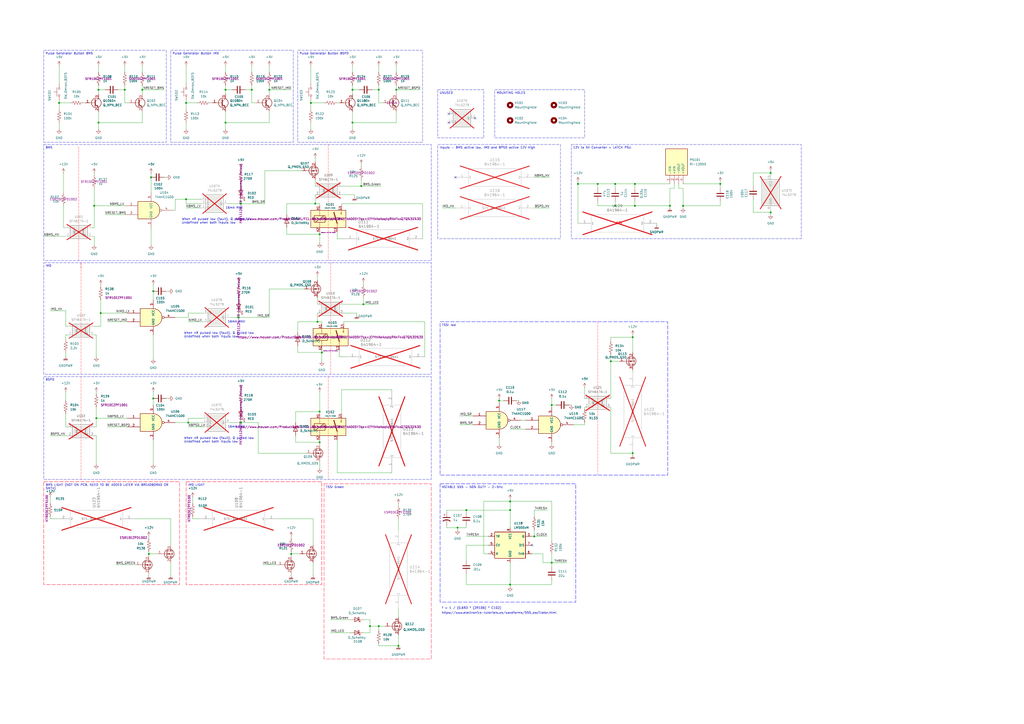
<source format=kicad_sch>
(kicad_sch (version 20250114) (generator "eeschema") (generator_version "9.0")
  (paper "A2")
  (text "16mA MAX" (at 137.16 247.65 0) (effects (font (size 1.27 1.27))))
  (text "12V" (at 359.156 129.54 0) (effects (font (size 1.27 1.27) (thickness 0.254) (bold yes))))
  (text "16mA MAX" (at 137.16 186.69 0) (effects (font (size 1.27 1.27))))
  (text "16mA MAX" (at 135.89 120.65 0) (effects (font (size 1.27 1.27))))
  (text "When nR pulsed low (fault), Q pulled low\nUndefined when both inputs low" (at 106.68 255.27 0) (effects (font (size 1.27 1.27)) (justify left)))
  (text "f = 1 / (0.693 * (2R106) * C102)" (at 256.286 352.806 0) (effects (font (size 1.27 1.27)) (justify left)))
  (text "https://www.electronics-tutorials.ws/waveforms/555_oscillator.html" (at 289.56 355.6 0) (effects (font (size 1.27 1.27))))
  (text "When nR pulsed low (fault), Q pulled low\nUndefined when both inputs low" (at 106.68 194.31 0) (effects (font (size 1.27 1.27)) (justify left)))
  (text "When nR pulsed low (fault), Q pulled low\nUndefined when both inputs low" (at 105.41 128.27 0) (effects (font (size 1.27 1.27)) (justify left)))
  (text_box "UNUSED" (at 254 52.07 0) (size 26.67 27.94) (margins 0.9525 0.9525 0.9525 0.9525) (stroke (width 0) (type dash)) (effects (font (size 1.27 1.27)) (justify left top)))
  (text_box "BMS\n" (at 25.4 83.82 0) (size 224.79 67.31) (margins 0.9525 0.9525 0.9525 0.9525) (stroke (width 0) (type dash)) (effects (font (size 1.27 1.27)) (justify left top)))
  (text_box "Pulse Generator Button BMS\n" (at 25.4 29.21 0) (size 71.12 53.34) (margins 0.9525 0.9525 0.9525 0.9525) (stroke (width 0) (type dash)) (effects (font (size 1.27 1.27)) (justify left top)))
  (text_box "TSSI red " (at 255.27 186.69 0) (size 132.08 88.9) (margins 1.0541 1.0541 1.0541 1.0541) (stroke (width 0.2032) (type dash) (color 0 0 255 1)) (effects (font (size 1.27 1.27)) (justify left top)))
  (text_box "Pulse Generator Button BSPD\n\n" (at 172.72 29.21 0) (size 72.39 53.34) (margins 0.9525 0.9525 0.9525 0.9525) (stroke (width 0) (type dash)) (effects (font (size 1.27 1.27)) (justify left top)))
  (text_box "TSSI Green\n" (at 187.96 280.67 0) (size 62.23 101.6) (margins 1.0541 1.0541 1.0541 1.0541) (stroke (width 0.2032) (type dash) (color 255 25 58 1)) (effects (font (size 1.27 1.27)) (justify left top)))
  (text_box "ASTABLE 555 - 50% DUTY - 2-5Hz" (at 255.27 280.67 0) (size 78.74 68.58) (margins 1.0541 1.0541 1.0541 1.0541) (stroke (width 0.2032) (type dash) (color 0 0 255 1)) (effects (font (size 1.27 1.27)) (justify left top)))
  (text_box "Pulse Generator Button IMD\n\n" (at 99.06 29.21 0) (size 71.12 53.34) (margins 0.9525 0.9525 0.9525 0.9525) (stroke (width 0) (type dash)) (effects (font (size 1.27 1.27)) (justify left top)))
  (text_box "12V to 5V Converter + LATCH PSU" (at 331.47 83.82 0) (size 133.35 54.61) (margins 0.9525 0.9525 0.9525 0.9525) (stroke (width 0) (type dash)) (effects (font (size 1.27 1.27)) (justify left top)))
  (text_box "MOUNTING HOLES\n" (at 287.02 52.07 0) (size 52.07 27.94) (margins 0.9525 0.9525 0.9525 0.9525) (stroke (width 0) (type dash)) (effects (font (size 1.27 1.27)) (justify left top)))
  (text_box "Inputs - BMS active low, IMD and BPSD active 12V high\n" (at 254 83.82 0) (size 71.12 54.61) (margins 0.9525 0.9525 0.9525 0.9525) (stroke (width 0) (type dash)) (effects (font (size 1.27 1.27)) (justify left top)))
  (text_box "BMS LIGHT (NOT ON PCB, NEED TO BE ADDED LATER VIA BREADBORAD OR SMTH)" (at 25.4 279.4 0) (size 78.74 59.69) (margins 1.0541 1.0541 1.0541 1.0541) (stroke (width 0.2032) (type dash) (color 255 0 30 1)) (effects (font (size 1.27 1.27)) (justify left top)))
  (text_box "IMD" (at 25.4 152.4 0) (size 224.79 64.77) (margins 0.9525 0.9525 0.9525 0.9525) (stroke (width 0) (type dash)) (effects (font (size 1.27 1.27)) (justify left top)))
  (text_box "BSPD\n" (at 25.4 218.44 0) (size 224.79 59.69) (margins 0.9525 0.9525 0.9525 0.9525) (stroke (width 0) (type dash)) (effects (font (size 1.27 1.27)) (justify left top)))
  (text_box "IMD LIGHT" (at 107.95 279.4 0) (size 78.74 59.69) (margins 1.0541 1.0541 1.0541 1.0541) (stroke (width 0.2032) (type dash) (color 255 0 30 1)) (effects (font (size 1.27 1.27)) (justify left top)))
  (junction (at 138.43 184.15))
  (junction (at 219.71 52.07))
  (junction (at 270.51 295.91))
  (junction (at 354.33 209.55))
  (junction (at 55.88 242.57))
  (junction (at 109.22 245.11))
  (junction (at 368.3 106.68))
  (junction (at 54.61 119.38))
  (junction (at 346.71 106.68))
  (junction (at 82.55 52.07))
  (junction (at 367.03 195.58))
  (junction (at 265.43 306.07))
  (junction (at 447.04 123.19))
  (junction (at 295.91 339.09))
  (junction (at 139.7 118.11))
  (junction (at 186.69 204.47))
  (junction (at 185.42 256.54))
  (junction (at 204.47 52.07))
  (junction (at 229.87 52.07))
  (junction (at 368.3 119.38))
  (junction (at 417.83 106.68))
  (junction (at 335.28 106.68))
  (junction (at 356.87 119.38))
  (junction (at 130.81 52.07))
  (junction (at 185.42 135.89))
  (junction (at 295.91 290.83))
  (junction (at 295.91 295.91))
  (junction (at 388.62 119.38))
  (junction (at 156.21 52.07))
  (junction (at 204.47 71.12))
  (junction (at 396.24 119.38))
  (junction (at 210.82 176.53))
  (junction (at 180.34 59.69))
  (junction (at 72.39 52.07))
  (junction (at 168.91 321.31))
  (junction (at 58.42 181.61))
  (junction (at 87.63 102.87))
  (junction (at 320.04 234.95))
  (junction (at 231.14 374.65))
  (junction (at 88.9 168.91))
  (junction (at 356.87 106.68))
  (junction (at 57.15 52.07))
  (junction (at 184.15 186.69))
  (junction (at 57.15 71.12))
  (junction (at 214.63 363.22))
  (junction (at 130.81 71.12))
  (junction (at 320.04 326.39))
  (junction (at 107.95 59.69))
  (junction (at 107.95 115.57))
  (junction (at 182.88 118.11))
  (junction (at 289.56 232.41))
  (junction (at 219.71 363.22))
  (junction (at 447.04 100.33))
  (junction (at 209.55 107.95))
  (junction (at 139.7 245.11))
  (junction (at 367.03 262.89))
  (junction (at 34.29 59.69))
  (junction (at 88.9 231.14))
  (junction (at 86.36 321.31))
  (junction (at 185.42 238.76))
  (junction (at 146.05 52.07))
  (junction (at 309.88 311.15))
  (no_connect (at 308.61 316.23))
  (no_connect (at 275.59 68.58))
  (no_connect (at 260.35 71.12))
  (no_connect (at 264.16 102.87))
  (no_connect (at 260.35 66.04))
  (wire (pts (xy 86.36 332.74) (xy 86.36 334.01)))
  (wire (pts (xy 149.86 262.89) (xy 177.8 262.89)))
  (wire (pts (xy 436.88 107.95) (xy 436.88 100.33)))
  (wire (pts (xy 86.36 321.31) (xy 91.44 321.31)))
  (wire (pts (xy 54.61 252.73) (xy 55.88 252.73)))
  (wire (pts (xy 368.3 106.68) (xy 388.62 106.68)))
  (wire (pts (xy 130.81 64.77) (xy 130.81 71.12)))
  (wire (pts (xy 259.08 295.91) (xy 259.08 297.18)))
  (wire (pts (xy 309.88 295.91) (xy 309.88 299.72)))
  (wire (pts (xy 227.33 273.05) (xy 227.33 274.32)))
  (wire (pts (xy 107.95 58.42) (xy 107.95 59.69)))
  (wire (pts (xy 209.55 107.95) (xy 220.98 107.95)))
  (wire (pts (xy 317.5 311.15) (xy 309.88 311.15)))
  (wire (pts (xy 214.63 363.22) (xy 219.71 363.22)))
  (wire (pts (xy 107.95 48.26) (xy 107.95 38.1)))
  (polyline (pts (xy 190.5 83.82) (xy 190.5 151.13)) (stroke (width 0.127) (type dash) (color 255 0 9 1)))
  (wire (pts (xy 86.36 311.15) (xy 86.36 312.42)))
  (wire (pts (xy 109.22 242.57) (xy 109.22 245.11)))
  (wire (pts (xy 396.24 119.38) (xy 417.83 119.38)))
  (wire (pts (xy 195.58 59.69) (xy 196.85 59.69)))
  (wire (pts (xy 227.33 274.32) (xy 195.58 274.32)))
  (wire (pts (xy 447.04 121.92) (xy 447.04 123.19)))
  (wire (pts (xy 210.82 359.41) (xy 214.63 359.41)))
  (wire (pts (xy 172.72 186.69) (xy 184.15 186.69)))
  (wire (pts (xy 36.83 119.38) (xy 36.83 132.08)))
  (wire (pts (xy 142.24 52.07) (xy 146.05 52.07)))
  (wire (pts (xy 396.24 106.68) (xy 417.83 106.68)))
  (wire (pts (xy 295.91 290.83) (xy 320.04 290.83)))
  (wire (pts (xy 109.22 247.65) (xy 118.11 247.65)))
  (wire (pts (xy 107.95 120.65) (xy 116.84 120.65)))
  (wire (pts (xy 331.47 234.95) (xy 330.2 234.95)))
  (wire (pts (xy 72.39 59.69) (xy 74.93 59.69)))
  (wire (pts (xy 86.36 320.04) (xy 86.36 321.31)))
  (wire (pts (xy 214.63 359.41) (xy 214.63 363.22)))
  (wire (pts (xy 101.6 121.92) (xy 100.33 121.92)))
  (wire (pts (xy 229.87 71.12) (xy 204.47 71.12)))
  (wire (pts (xy 107.95 59.69) (xy 114.3 59.69)))
  (wire (pts (xy 219.71 374.65) (xy 231.14 374.65)))
  (wire (pts (xy 82.55 49.53) (xy 82.55 52.07)))
  (wire (pts (xy 82.55 38.1) (xy 82.55 41.91)))
  (wire (pts (xy 196.85 203.2) (xy 196.85 207.01)))
  (wire (pts (xy 87.63 102.87) (xy 87.63 111.76)))
  (polyline (pts (xy 45.72 85.09) (xy 45.72 151.13)) (stroke (width 0.127) (type dash) (color 255 0 9 1)))
  (wire (pts (xy 447.04 99.06) (xy 447.04 100.33)))
  (wire (pts (xy 185.42 255.27) (xy 185.42 256.54)))
  (wire (pts (xy 99.06 326.39) (xy 99.06 334.01)))
  (wire (pts (xy 231.14 368.3) (xy 231.14 374.65)))
  (wire (pts (xy 72.39 52.07) (xy 72.39 59.69)))
  (wire (pts (xy 295.91 339.09) (xy 320.04 339.09)))
  (wire (pts (xy 186.69 204.47) (xy 172.72 204.47)))
  (wire (pts (xy 182.88 118.11) (xy 185.42 118.11)))
  (wire (pts (xy 152.4 327.66) (xy 161.29 327.66)))
  (wire (pts (xy 60.96 124.46) (xy 72.39 124.46)))
  (wire (pts (xy 180.34 58.42) (xy 180.34 59.69)))
  (wire (pts (xy 417.83 105.41) (xy 417.83 106.68)))
  (wire (pts (xy 219.71 38.1) (xy 219.71 41.91)))
  (wire (pts (xy 171.45 256.54) (xy 171.45 252.73)))
  (wire (pts (xy 54.61 119.38) (xy 72.39 119.38)))
  (wire (pts (xy 388.62 119.38) (xy 388.62 109.22)))
  (wire (pts (xy 29.21 300.99) (xy 33.02 300.99)))
  (wire (pts (xy 219.71 363.22) (xy 223.52 363.22)))
  (wire (pts (xy 199.39 186.69) (xy 246.38 186.69)))
  (wire (pts (xy 320.04 321.31) (xy 320.04 326.39)))
  (wire (pts (xy 302.26 243.84) (xy 304.8 243.84)))
  (wire (pts (xy 231.14 353.06) (xy 231.14 358.14)))
  (wire (pts (xy 346.71 106.68) (xy 346.71 109.22)))
  (wire (pts (xy 166.37 118.11) (xy 182.88 118.11)))
  (wire (pts (xy 130.81 52.07) (xy 134.62 52.07)))
  (wire (pts (xy 289.56 232.41) (xy 292.1 232.41)))
  (wire (pts (xy 320.04 326.39) (xy 328.93 326.39)))
  (wire (pts (xy 185.42 227.33) (xy 185.42 238.76)))
  (wire (pts (xy 367.03 261.62) (xy 367.03 262.89)))
  (wire (pts (xy 138.43 181.61) (xy 138.43 184.15)))
  (wire (pts (xy 195.58 255.27) (xy 195.58 274.32)))
  (wire (pts (xy 139.7 106.68) (xy 139.7 107.95)))
  (wire (pts (xy 210.82 176.53) (xy 210.82 172.72)))
  (wire (pts (xy 246.38 186.69) (xy 246.38 207.01)))
  (wire (pts (xy 38.1 180.34) (xy 38.1 189.23)))
  (wire (pts (xy 29.21 180.34) (xy 38.1 180.34)))
  (wire (pts (xy 153.67 99.06) (xy 175.26 99.06)))
  (wire (pts (xy 156.21 184.15) (xy 156.21 167.64)))
  (wire (pts (xy 219.71 365.76) (xy 219.71 363.22)))
  (wire (pts (xy 198.12 107.95) (xy 209.55 107.95)))
  (wire (pts (xy 121.92 59.69) (xy 123.19 59.69)))
  (wire (pts (xy 53.34 137.16) (xy 54.61 137.16)))
  (wire (pts (xy 58.42 165.1) (xy 58.42 166.37)))
  (wire (pts (xy 109.22 181.61) (xy 109.22 184.15)))
  (wire (pts (xy 295.91 326.39) (xy 295.91 339.09)))
  (wire (pts (xy 354.33 209.55) (xy 354.33 231.14)))
  (wire (pts (xy 130.81 71.12) (xy 130.81 74.93)))
  (wire (pts (xy 229.87 64.77) (xy 229.87 71.12)))
  (wire (pts (xy 320.04 234.95) (xy 322.58 234.95)))
  (wire (pts (xy 88.9 227.33) (xy 88.9 231.14)))
  (wire (pts (xy 54.61 109.22) (xy 54.61 119.38)))
  (wire (pts (xy 48.26 59.69) (xy 49.53 59.69)))
  (wire (pts (xy 133.35 245.11) (xy 139.7 245.11)))
  (wire (pts (xy 199.39 186.69) (xy 199.39 187.96)))
  (wire (pts (xy 185.42 118.11) (xy 185.42 119.38)))
  (wire (pts (xy 88.9 255.27) (xy 88.9 269.24)))
  (wire (pts (xy 320.04 256.54) (xy 320.04 257.81)))
  (wire (pts (xy 146.05 52.07) (xy 146.05 59.69)))
  (wire (pts (xy 396.24 109.22) (xy 393.7 109.22)))
  (wire (pts (xy 78.74 300.99) (xy 99.06 300.99)))
  (wire (pts (xy 109.22 181.61) (xy 118.11 181.61)))
  (wire (pts (xy 29.21 252.73) (xy 39.37 252.73)))
  (wire (pts (xy 209.55 95.25) (xy 209.55 96.52)))
  (wire (pts (xy 55.88 242.57) (xy 73.66 242.57)))
  (polyline (pts (xy 190.5 218.44) (xy 190.5 278.13)) (stroke (width 0.127) (type dash) (color 255 0 9 1)))
  (wire (pts (xy 196.85 207.01) (xy 200.66 207.01)))
  (wire (pts (xy 367.03 195.58) (xy 354.33 195.58)))
  (wire (pts (xy 417.83 116.84) (xy 417.83 119.38)))
  (wire (pts (xy 82.55 52.07) (xy 82.55 54.61)))
  (wire (pts (xy 185.42 267.97) (xy 185.42 271.78)))
  (wire (pts (xy 107.95 71.12) (xy 107.95 74.93)))
  (wire (pts (xy 204.47 38.1) (xy 204.47 41.91)))
  (wire (pts (xy 87.63 100.33) (xy 87.63 102.87)))
  (wire (pts (xy 300.99 232.41) (xy 299.72 232.41)))
  (wire (pts (xy 186.69 186.69) (xy 186.69 187.96)))
  (wire (pts (xy 270.51 339.09) (xy 295.91 339.09)))
  (wire (pts (xy 55.88 242.57) (xy 55.88 247.65)))
  (wire (pts (xy 207.01 182.88) (xy 207.01 181.61)))
  (wire (pts (xy 309.88 311.15) (xy 308.61 311.15)))
  (wire (pts (xy 156.21 38.1) (xy 156.21 41.91)))
  (wire (pts (xy 339.09 236.22) (xy 339.09 237.49)))
  (wire (pts (xy 101.6 245.11) (xy 109.22 245.11)))
  (wire (pts (xy 447.04 124.46) (xy 447.04 123.19)))
  (wire (pts (xy 231.14 292.1) (xy 231.14 293.37)))
  (wire (pts (xy 318.77 120.65) (xy 309.88 120.65)))
  (wire (pts (xy 180.34 59.69) (xy 187.96 59.69)))
  (wire (pts (xy 138.43 163.83) (xy 138.43 165.1)))
  (wire (pts (xy 198.12 118.11) (xy 245.11 118.11)))
  (wire (pts (xy 289.56 254) (xy 289.56 257.81)))
  (wire (pts (xy 67.31 327.66) (xy 78.74 327.66)))
  (wire (pts (xy 356.87 106.68) (xy 368.3 106.68)))
  (wire (pts (xy 198.12 118.11) (xy 198.12 119.38)))
  (wire (pts (xy 195.58 134.62) (xy 195.58 138.43)))
  (wire (pts (xy 391.16 109.22) (xy 391.16 106.68)))
  (wire (pts (xy 209.55 104.14) (xy 209.55 107.95)))
  (wire (pts (xy 118.11 245.11) (xy 109.22 245.11)))
  (wire (pts (xy 447.04 100.33) (xy 447.04 101.6)))
  (wire (pts (xy 156.21 64.77) (xy 156.21 71.12)))
  (wire (pts (xy 191.77 367.03) (xy 203.2 367.03)))
  (wire (pts (xy 153.67 118.11) (xy 153.67 99.06)))
  (wire (pts (xy 166.37 118.11) (xy 166.37 124.46)))
  (wire (pts (xy 368.3 106.68) (xy 368.3 109.22)))
  (wire (pts (xy 38.1 227.33) (xy 38.1 232.41)))
  (wire (pts (xy 168.91 320.04) (xy 168.91 321.31)))
  (wire (pts (xy 259.08 295.91) (xy 270.51 295.91)))
  (polyline (pts (xy 46.99 152.4) (xy 46.99 217.17)) (stroke (width 0.127) (type dash) (color 255 0 9 1)))
  (wire (pts (xy 243.84 52.07) (xy 229.87 52.07)))
  (wire (pts (xy 368.3 119.38) (xy 388.62 119.38)))
  (wire (pts (xy 205.74 114.3) (xy 205.74 113.03)))
  (wire (pts (xy 68.58 52.07) (xy 72.39 52.07)))
  (wire (pts (xy 82.55 64.77) (xy 82.55 71.12)))
  (wire (pts (xy 185.42 256.54) (xy 171.45 256.54)))
  (wire (pts (xy 57.15 38.1) (xy 57.15 41.91)))
  (wire (pts (xy 266.7 241.3) (xy 274.32 241.3)))
  (wire (pts (xy 146.05 52.07) (xy 146.05 49.53)))
  (wire (pts (xy 62.23 247.65) (xy 73.66 247.65)))
  (wire (pts (xy 34.29 71.12) (xy 34.29 74.93)))
  (wire (pts (xy 38.1 247.65) (xy 39.37 247.65)))
  (wire (pts (xy 186.69 204.47) (xy 186.69 209.55)))
  (wire (pts (xy 320.04 290.83) (xy 320.04 313.69)))
  (wire (pts (xy 314.96 321.31) (xy 308.61 321.31)))
  (wire (pts (xy 181.61 326.39) (xy 181.61 334.01)))
  (wire (pts (xy 346.71 116.84) (xy 346.71 119.38)))
  (wire (pts (xy 289.56 231.14) (xy 289.56 232.41)))
  (wire (pts (xy 204.47 52.07) (xy 208.28 52.07)))
  (wire (pts (xy 198.12 226.06) (xy 227.33 226.06)))
  (wire (pts (xy 185.42 135.89) (xy 166.37 135.89)))
  (wire (pts (xy 229.87 38.1) (xy 229.87 41.91)))
  (wire (pts (xy 172.72 186.69) (xy 172.72 193.04)))
  (wire (pts (xy 166.37 135.89) (xy 166.37 132.08)))
  (wire (pts (xy 156.21 71.12) (xy 130.81 71.12)))
  (wire (pts (xy 156.21 52.07) (xy 156.21 54.61)))
  (wire (pts (xy 346.71 106.68) (xy 356.87 106.68)))
  (wire (pts (xy 139.7 234.95) (xy 139.7 236.22)))
  (wire (pts (xy 36.83 100.33) (xy 36.83 111.76)))
  (wire (pts (xy 161.29 300.99) (xy 181.61 300.99)))
  (wire (pts (xy 55.88 252.73) (xy 55.88 269.24)))
  (wire (pts (xy 36.83 132.08) (xy 38.1 132.08)))
  (wire (pts (xy 116.84 118.11) (xy 107.95 118.11)))
  (wire (pts (xy 149.86 245.11) (xy 149.86 262.89)))
  (wire (pts (xy 320.04 234.95) (xy 320.04 236.22)))
  (wire (pts (xy 280.67 321.31) (xy 280.67 290.83)))
  (wire (pts (xy 95.25 52.07) (xy 82.55 52.07)))
  (wire (pts (xy 25.4 137.16) (xy 38.1 137.16)))
  (wire (pts (xy 138.43 184.15) (xy 156.21 184.15)))
  (wire (pts (xy 156.21 49.53) (xy 156.21 52.07)))
  (wire (pts (xy 204.47 64.77) (xy 204.47 71.12)))
  (wire (pts (xy 29.21 288.29) (xy 29.21 292.1)))
  (wire (pts (xy 107.95 59.69) (xy 107.95 63.5)))
  (wire (pts (xy 181.61 300.99) (xy 181.61 316.23)))
  (wire (pts (xy 168.91 332.74) (xy 168.91 334.01)))
  (wire (pts (xy 55.88 228.6) (xy 55.88 227.33)))
  (wire (pts (xy 186.69 203.2) (xy 186.69 204.47)))
  (wire (pts (xy 182.88 104.14) (xy 182.88 107.95)))
  (wire (pts (xy 58.42 181.61) (xy 73.66 181.61)))
  (wire (pts (xy 185.42 238.76) (xy 185.42 240.03)))
  (wire (pts (xy 259.08 306.07) (xy 265.43 306.07)))
  (wire (pts (xy 204.47 52.07) (xy 204.47 54.61)))
  (wire (pts (xy 207.01 181.61) (xy 199.39 181.61)))
  (wire (pts (xy 270.51 304.8) (xy 270.51 306.07)))
  (wire (pts (xy 72.39 38.1) (xy 72.39 41.91)))
  (wire (pts (xy 219.71 52.07) (xy 219.71 59.69)))
  (wire (pts (xy 54.61 247.65) (xy 55.88 247.65)))
  (wire (pts (xy 139.7 97.79) (xy 139.7 99.06)))
  (wire (pts (xy 180.34 71.12) (xy 180.34 74.93)))
  (wire (pts (xy 314.96 326.39) (xy 320.04 326.39)))
  (wire (pts (xy 86.36 321.31) (xy 86.36 322.58)))
  (wire (pts (xy 101.6 121.92) (xy 101.6 115.57)))
  (wire (pts (xy 356.87 116.84) (xy 356.87 119.38)))
  (wire (pts (xy 180.34 48.26) (xy 180.34 38.1)))
  (wire (pts (xy 185.42 238.76) (xy 171.45 238.76)))
  (wire (pts (xy 295.91 248.92) (xy 304.8 248.92)))
  (polyline (pts (xy 46.99 218.44) (xy 46.99 278.13)) (stroke (width 0.127) (type dash) (color 255 0 9 1)))
  (wire (pts (xy 180.34 59.69) (xy 180.34 63.5)))
  (wire (pts (xy 198.12 226.06) (xy 198.12 240.03)))
  (wire (pts (xy 58.42 173.99) (xy 58.42 181.61)))
  (wire (pts (xy 88.9 165.1) (xy 88.9 168.91)))
  (wire (pts (xy 270.51 316.23) (xy 270.51 325.12)))
  (wire (pts (xy 447.04 123.19) (xy 436.88 123.19)))
  (wire (pts (xy 54.61 119.38) (xy 54.61 132.08)))
  (wire (pts (xy 55.88 236.22) (xy 55.88 242.57)))
  (wire (pts (xy 381 130.81) (xy 381 129.54)))
  (wire (pts (xy 195.58 138.43) (xy 199.39 138.43)))
  (wire (pts (xy 184.15 186.69) (xy 186.69 186.69)))
  (wire (pts (xy 101.6 184.15) (xy 109.22 184.15)))
  (wire (pts (xy 168.91 311.15) (xy 168.91 312.42)))
  (wire (pts (xy 54.61 137.16) (xy 54.61 142.24)))
  (wire (pts (xy 62.23 186.69) (xy 73.66 186.69)))
  (wire (pts (xy 388.62 120.65) (xy 388.62 119.38)))
  (wire (pts (xy 57.15 64.77) (xy 57.15 71.12)))
  (wire (pts (xy 185.42 134.62) (xy 185.42 135.89)))
  (wire (pts (xy 367.03 194.31) (xy 367.03 195.58)))
  (wire (pts (xy 314.96 321.31) (xy 314.96 326.39)))
  (wire (pts (xy 256.54 120.65) (xy 264.16 120.65)))
  (wire (pts (xy 97.79 231.14) (xy 96.52 231.14)))
  (wire (pts (xy 182.88 91.44) (xy 182.88 93.98)))
  (wire (pts (xy 138.43 172.72) (xy 138.43 173.99)))
  (wire (pts (xy 156.21 167.64) (xy 176.53 167.64)))
  (wire (pts (xy 54.61 189.23) (xy 58.42 189.23)))
  (wire (pts (xy 219.71 52.07) (xy 219.71 49.53)))
  (wire (pts (xy 54.61 101.6) (xy 54.61 100.33)))
  (wire (pts (xy 38.1 196.85) (xy 38.1 194.31)))
  (wire (pts (xy 199.39 176.53) (xy 210.82 176.53)))
  (wire (pts (xy 320.04 336.55) (xy 320.04 339.09)))
  (wire (pts (xy 54.61 132.08) (xy 53.34 132.08)))
  (wire (pts (xy 335.28 106.68) (xy 335.28 129.54)))
  (wire (pts (xy 283.21 321.31) (xy 280.67 321.31)))
  (wire (pts (xy 317.5 295.91) (xy 309.88 295.91)))
  (wire (pts (xy 368.3 116.84) (xy 368.3 119.38)))
  (wire (pts (xy 88.9 168.91) (xy 88.9 173.99)))
  (wire (pts (xy 54.61 194.31) (xy 55.88 194.31)))
  (wire (pts (xy 265.43 307.34) (xy 265.43 306.07)))
  (wire (pts (xy 354.33 209.55) (xy 359.41 209.55)))
  (wire (pts (xy 270.51 316.23) (xy 283.21 316.23)))
  (wire (pts (xy 214.63 363.22) (xy 214.63 367.03)))
  (polyline (pts (xy 346.71 186.69) (xy 346.71 275.59)) (stroke (width 0.127) (type dash) (color 255 0 9 1)))
  (wire (pts (xy 139.7 118.11) (xy 153.67 118.11)))
  (wire (pts (xy 219.71 176.53) (xy 210.82 176.53)))
  (wire (pts (xy 210.82 163.83) (xy 210.82 165.1)))
  (wire (pts (xy 219.71 373.38) (xy 219.71 374.65)))
  (wire (pts (xy 72.39 52.07) (xy 72.39 49.53)))
  (wire (pts (xy 139.7 115.57) (xy 139.7 118.11)))
  (wire (pts (xy 99.06 300.99) (xy 99.06 316.23)))
  (wire (pts (xy 204.47 71.12) (xy 204.47 74.93)))
  (wire (pts (xy 58.42 181.61) (xy 58.42 189.23)))
  (wire (pts (xy 219.71 59.69) (xy 222.25 59.69)))
  (wire (pts (xy 335.28 106.68) (xy 335.28 105.41)))
  (wire (pts (xy 289.56 232.41) (xy 289.56 233.68)))
  (wire (pts (xy 185.42 135.89) (xy 185.42 140.97)))
  (wire (pts (xy 55.88 194.31) (xy 55.88 207.01)))
  (wire (pts (xy 265.43 306.07) (xy 270.51 306.07)))
  (wire (pts (xy 168.91 321.31) (xy 173.99 321.31)))
  (wire (pts (xy 191.77 359.41) (xy 203.2 359.41)))
  (wire (pts (xy 184.15 160.02) (xy 184.15 162.56)))
  (wire (pts (xy 130.81 49.53) (xy 130.81 52.07)))
  (wire (pts (xy 184.15 181.61) (xy 184.15 186.69)))
  (wire (pts (xy 354.33 205.74) (xy 354.33 209.55)))
  (wire (pts (xy 57.15 49.53) (xy 57.15 52.07)))
  (wire (pts (xy 259.08 304.8) (xy 259.08 306.07)))
  (wire (pts (xy 57.15 52.07) (xy 60.96 52.07)))
  (wire (pts (xy 354.33 236.22) (xy 354.33 262.89)))
  (wire (pts (xy 270.51 332.74) (xy 270.51 339.09)))
  (wire (pts (xy 270.51 295.91) (xy 295.91 295.91)))
  (wire (pts (xy 171.45 238.76) (xy 171.45 245.11)))
  (wire (pts (xy 280.67 290.83) (xy 295.91 290.83)))
  (wire (pts (xy 146.05 38.1) (xy 146.05 41.91)))
  (wire (pts (xy 354.33 195.58) (xy 354.33 198.12)))
  (wire (pts (xy 245.11 118.11) (xy 245.11 138.43)))
  (wire (pts (xy 295.91 295.91) (xy 295.91 306.07)))
  (wire (pts (xy 229.87 49.53) (xy 229.87 52.07)))
  (wire (pts (xy 57.15 52.07) (xy 57.15 54.61)))
  (wire (pts (xy 339.09 246.38) (xy 339.09 245.11)))
  (wire (pts (xy 205.74 113.03) (xy 198.12 113.03)))
  (wire (pts (xy 295.91 290.83) (xy 295.91 295.91)))
  (wire (pts (xy 172.72 204.47) (xy 172.72 200.66)))
  (wire (pts (xy 111.76 299.72) (xy 111.76 300.99)))
  (wire (pts (xy 132.08 118.11) (xy 139.7 118.11)))
  (wire (pts (xy 146.05 59.69) (xy 148.59 59.69)))
  (polyline (pts (xy 46.99 152.4) (xy 46.99 156.21)) (stroke (width 0.127) (type dash) (color 255 0 9 1)))
  (wire (pts (xy 38.1 189.23) (xy 39.37 189.23)))
  (wire (pts (xy 320.04 231.14) (xy 320.04 234.95)))
  (wire (pts (xy 436.88 123.19) (xy 436.88 115.57)))
  (wire (pts (xy 185.42 256.54) (xy 185.42 257.81)))
  (wire (pts (xy 270.51 311.15) (xy 283.21 311.15)))
  (wire (pts (xy 34.29 48.26) (xy 34.29 38.1)))
  (wire (pts (xy 182.88 113.03) (xy 182.88 118.11)))
  (wire (pts (xy 339.09 224.79) (xy 339.09 231.14)))
  (wire (pts (xy 229.87 52.07) (xy 229.87 54.61)))
  (wire (pts (xy 107.95 115.57) (xy 107.95 118.11)))
  (wire (pts (xy 356.87 106.68) (xy 356.87 109.22)))
  (wire (pts (xy 101.6 115.57) (xy 107.95 115.57)))
  (wire (pts (xy 34.29 58.42) (xy 34.29 59.69)))
  (wire (pts (xy 396.24 119.38) (xy 396.24 109.22)))
  (wire (pts (xy 417.83 106.68) (xy 417.83 109.22)))
  (wire (pts (xy 97.79 168.91) (xy 96.52 168.91)))
  (wire (pts (xy 130.81 52.07) (xy 130.81 54.61)))
  (wire (pts (xy 139.7 245.11) (xy 149.86 245.11)))
  (wire (pts (xy 38.1 240.03) (xy 38.1 247.65)))
  (wire (pts (xy 107.95 115.57) (xy 116.84 115.57)))
  (wire (pts (xy 88.9 231.14) (xy 88.9 234.95)))
  (wire (pts (xy 34.29 59.69) (xy 34.29 63.5)))
  (wire (pts (xy 354.33 262.89) (xy 367.03 262.89)))
  (wire (pts (xy 231.14 300.99) (xy 231.14 307.34)))
  (wire (pts (xy 184.15 172.72) (xy 184.15 176.53)))
  (wire (pts (xy 320.04 326.39) (xy 320.04 328.93)))
  (wire (pts (xy 346.71 119.38) (xy 356.87 119.38)))
  (wire (pts (xy 332.74 246.38) (xy 339.09 246.38)))
  (wire (pts (xy 109.22 242.57) (xy 118.11 242.57)))
  (wire (pts (xy 227.33 226.06) (xy 227.33 227.33)))
  (wire (pts (xy 34.29 59.69) (xy 40.64 59.69)))
  (wire (pts (xy 82.55 71.12) (xy 57.15 71.12)))
  (wire (pts (xy 295.91 289.56) (xy 295.91 290.83)))
  (wire (pts (xy 111.76 300.99) (xy 115.57 300.99)))
  (wire (pts (xy 309.88 307.34) (xy 309.88 311.15)))
  (wire (pts (xy 266.7 246.38) (xy 274.32 246.38)))
  (wire (pts (xy 367.03 214.63) (xy 367.03 215.9)))
  (wire (pts (xy 29.21 299.72) (xy 29.21 300.99)))
  (wire (pts (xy 133.35 184.15) (xy 138.43 184.15)))
  (wire (pts (xy 204.47 49.53) (xy 204.47 52.07)))
  (wire (pts (xy 270.51 295.91) (xy 270.51 297.18)))
  (wire (pts (xy 111.76 288.29) (xy 111.76 292.1)))
  (wire (pts (xy 168.91 52.07) (xy 156.21 52.07)))
  (wire (pts (xy 215.9 52.07) (xy 219.71 52.07)))
  (wire (pts (xy 109.22 186.69) (xy 118.11 186.69)))
  (wire (pts (xy 309.88 102.87) (xy 318.77 102.87)))
  (wire (pts (xy 393.7 109.22) (xy 393.7 106.68)))
  (wire (pts (xy 335.28 106.68) (xy 346.71 106.68)))
  (wire (pts (xy 139.7 226.06) (xy 139.7 227.33)))
  (wire (pts (xy 57.15 71.12) (xy 57.15 74.93)))
  (wire (pts (xy 436.88 100.33) (xy 447.04 100.33)))
  (wire (pts (xy 396.24 120.65) (xy 396.24 119.38)))
  (wire (pts (xy 367.03 195.58) (xy 367.03 204.47)))
  (wire (pts (xy 356.87 119.38) (xy 368.3 119.38)))
  (wire (pts (xy 38.1 194.31) (xy 39.37 194.31)))
  (wire (pts (xy 388.62 109.22) (xy 391.16 109.22)))
  (wire (pts (xy 88.9 194.31) (xy 88.9 208.28)))
  (wire (pts (xy 87.63 132.08) (xy 87.63 142.24)))
  (wire (pts (xy 367.03 262.89) (xy 367.03 264.16)))
  (wire (pts (xy 96.52 102.87) (xy 95.25 102.87)))
  (wire (pts (xy 130.81 38.1) (xy 130.81 41.91)))
  (polyline (pts (xy 191.77 152.4) (xy 191.77 217.17)) (stroke (width 0.127) (type dash) (color 255 0 9 1)))
  (wire (pts (xy 295.91 339.09) (xy 295.91 340.36)))
  (wire (pts (xy 38.1 204.47) (xy 38.1 207.01)))
  (wire (pts (xy 139.7 243.84) (xy 139.7 245.11)))
  (wire (pts (xy 210.82 367.03) (xy 214.63 367.03)))
  (wire (pts (xy 168.91 321.31) (xy 168.91 322.58)))
  (label "CLOCK" (at 317.5 311.15 180))
  (label "NIMD_LV" (at 109.22 186.69 0))
  (label "NBMS_LV" (at 107.95 120.65 0))
  (label "BSPD_HV" (at 29.21 252.73 0))
  (label "NRESET_IMD" (at 62.23 186.69 0))
  (label "NBPSD_LV" (at 109.22 247.65 0))
  (label "THRESH" (at 270.51 311.15 0))
  (label "BMS_SR" (at 266.7 246.38 0))
  (label "NBMS_HV" (at 25.4 137.16 0))
  (label "NBMS_HV" (at 318.77 102.87 180))
  (label "IMD_HV" (at 256.54 120.65 0))
  (label "NRESET_BSPD" (at 62.23 247.65 0))
  (label "BSPD_HV" (at 318.77 120.65 180))
  (label "NBPSD_LV" (at 62.23 242.57 0))
  (label "IMD_LED" (at 152.4 327.66 0))
  (label "NBMS_LV" (at 63.5 119.38 0))
  (label "IMD_SR" (at 156.21 184.15 180))
  (label "NRESET_BMS" (at 95.25 52.07 180))
  (label "NRESET_BSPD" (at 243.84 52.07 180))
  (label "IMD_SR" (at 266.7 241.3 0))
  (label "THRESH" (at 317.5 295.91 180))
  (label "BMS_Green" (at 220.98 107.95 180))
  (label "CLOCK" (at 295.91 248.92 0))
  (label "BMS_Green" (at 191.77 359.41 0))
  (label "NIMD_LV" (at 67.31 181.61 0))
  (label "IMD_HV" (at 29.21 180.34 0))
  (label "BMS_SR" (at 153.67 118.11 180))
  (label "BMS_GREEN" (at 67.31 327.66 0))
  (label "THRESH" (at 328.93 326.39 180))
  (label "NRESET_IMD" (at 168.91 52.07 180))
  (label "IMD_LED" (at 191.77 367.03 0))
  (label "NRESET_BMS" (at 60.96 124.46 0))
  (label "IMD_LED" (at 219.71 176.53 180))
  (symbol (lib_id "power:+5V") (at 138.43 163.83 0) (unit 1)
    (property "Reference" "#PWR0130" (effects (hide yes)))
    (property "Value" "+5V" (at 138.43 158.75 0))
  )
  (symbol (lib_id "Device:R_US") (at 156.21 45.72 0) (unit 1)
    (property "Reference" "R120" (at 158.75 44.4499 0) (effects (justify left)))
    (property "Value" "1k" (at 158.75 46.9899 0) (effects (justify left)))
    (property "Footprint" "Resistor_SMD:R_0805_2012Metric_Pad1.20x1.40mm_HandSolder" (effects (hide yes)))
    (property "Description" "Resistor, US symbol" (effects (hide yes)))
    (property "JLC#" "C17513" (effects (hide yes)))
    (property "MOUSER" "SFR10EZPF1001" (at 156.21 45.72 0))
  )
  (symbol (lib_id "Transistor_FET:Q_PMOS_GSD") (at 181.61 167.64 0) (mirror x) (unit 1)
    (property "Reference" "Q108" (at 175.514 163.322 0) (effects (justify left)))
    (property "Value" "Q_PMOS_GSD" (at 168.148 165.354 0) (effects (justify left)))
    (property "Footprint" "Package_TO_SOT_SMD:SOT-523" (effects (hide yes)))
    (property "Description" "P-MOSFET transistor, gate/source/drain" (effects (hide yes)))
    (property "JLC#" "C96676" (effects (hide yes)))
  )
  (symbol (lib_name "+5V_1") (lib_id "power:+5V") (at 219.71 38.1 0) (unit 1)
    (property "Reference" "#PWR0152" (effects (hide yes)))
    (property "Value" "+5V" (at 219.71 33.02 0))
    (property "Description" "Power symbol creates a global label with name \"+5V\"" (effects (hide yes)))
  )
  (symbol (lib_id "power:+5V") (at 209.55 95.25 0) (unit 1)
    (property "Reference" "#PWR0150" (effects (hide yes)))
    (property "Value" "+12V" (at 209.55 90.17 0))
  )
  (symbol (lib_id "power:GNDPWR") (at 207.01 182.88 0) (unit 1)
    (property "Reference" "#PWR0149" (effects (hide yes)))
    (property "Value" "GNDPWR" (at 211.836 183.388 0))
    (property "Description" "Power symbol creates a global label with name \"GNDPWR\" , global ground" (effects (hide yes)))
  )
  (symbol (lib_name "+5V_1") (lib_id "power:+5V") (at 54.61 100.33 0) (unit 1)
    (property "Reference" "#PWR0106" (effects (hide yes)))
    (property "Value" "+5V" (at 54.61 95.25 0))
    (property "Description" "Power symbol creates a global label with name \"+5V\"" (effects (hide yes)))
  )
  (symbol (lib_id "power:+5V") (at 139.7 226.06 0) (unit 1)
    (property "Reference" "#PWR0132" (effects (hide yes)))
    (property "Value" "+5V" (at 139.7 220.98 0))
  )
  (symbol (lib_id "power:GNDPWR") (at 86.36 334.01 0) (unit 1)
    (property "Reference" "#PWR0178" (effects (hide yes)))
    (property "Value" "GNDPWR" (at 86.36 337.312 0))
    (property "Description" "Power symbol creates a global label with name \"GNDPWR\" , global ground" (effects (hide yes)))
  )
  (symbol (lib_name "GND_1") (lib_id "power:GND") (at 185.42 140.97 0) (unit 1)
    (property "Reference" "#PWR0142" (effects (hide yes)))
    (property "Value" "GND" (at 185.42 146.05 0))
    (property "Description" "Power symbol creates a global label with name \"GND\" , ground" (effects (hide yes)))
  )
  (symbol (lib_id "power:GND") (at 300.99 232.41 0) (unit 1)
    (property "Reference" "#PWR0174" (effects (hide yes)))
    (property "Value" "GND" (at 304.8 233.68 0))
    (property "Description" "Power symbol creates a global label with name \"GND\" , ground" (effects (hide yes)))
  )
  (symbol (lib_id "74xx:74LS279") (at 447.04 111.76 0) (unit 5) (dnp yes)
    (property "Reference" "U107" (at 453.39 110.4899 0) (effects (justify left)))
    (property "Value" "74LS279" (at 453.39 113.0299 0) (effects (justify left)))
    (property "Footprint" "Package_SO:SOIC-16_3.9x9.9mm_P1.27mm" (effects (hide yes)))
    (property "Datasheet" "https://www.ti.com/lit/gpn/sn54ls279a" (effects (hide yes)))
    (property "Description" "Quad SR latch, DIP-16/SOIC-16/SOIC-16W" (effects (hide yes)))
    (property "MOUSER" "595-SN74LS279ADR " (effects (hide yes)))
  )
  (symbol (lib_name "+5V_1") (lib_id "power:+5V") (at 87.63 100.33 0) (unit 1)
    (property "Reference" "#PWR0116" (effects (hide yes)))
    (property "Value" "+5V" (at 87.63 95.25 0))
    (property "Description" "Power symbol creates a global label with name \"+5V\"" (effects (hide yes)))
  )
  (symbol (lib_name "+5V_1") (lib_id "power:+5V") (at 57.15 38.1 0) (unit 1)
    (property "Reference" "#PWR0111" (effects (hide yes)))
    (property "Value" "+5V" (at 57.15 33.02 0))
    (property "Description" "Power symbol creates a global label with name \"+5V\"" (effects (hide yes)))
  )
  (symbol (lib_name "GND_2") (lib_id "power:GND") (at 180.34 74.93 0) (unit 1)
    (property "Reference" "#PWR0139" (effects (hide yes)))
    (property "Value" "GND" (at 180.34 80.01 0))
    (property "Description" "Power symbol creates a global label with name \"GND\" , ground" (effects (hide yes)))
  )
  (symbol (lib_name "GND_1") (lib_id "power:GND") (at 88.9 269.24 0) (unit 1)
    (property "Reference" "#PWR0121" (effects (hide yes)))
    (property "Value" "GND" (at 88.9 274.32 0))
    (property "Description" "Power symbol creates a global label with name \"GND\" , ground" (effects (hide yes)))
  )
  (symbol (lib_id "power:GND") (at 320.04 257.81 0) (unit 1)
    (property "Reference" "#PWR0161" (effects (hide yes)))
    (property "Value" "GND" (at 320.04 262.89 0))
    (property "Description" "Power symbol creates a global label with name \"GND\" , ground" (effects (hide yes)))
  )
  (symbol (lib_name "GND_1") (lib_id "power:GND") (at 88.9 208.28 0) (unit 1)
    (property "Reference" "#PWR0119" (effects (hide yes)))
    (property "Value" "GND" (at 88.9 213.36 0))
    (property "Description" "Power symbol creates a global label with name \"GND\" , ground" (effects (hide yes)))
  )
  (symbol (lib_id "Transistor_BJT:Q_NPN_BEC") (at 80.01 59.69 0) (unit 1)
    (property "Reference" "Q102" (at 85.09 58.4199 0) (effects (justify left)))
    (property "Value" "Q_NPN_BEC" (at 85.09 60.9599 0) (effects (justify left)))
    (property "Footprint" "Package_TO_SOT_SMD:SOT-23" (effects (hide yes)))
    (property "Description" "NPN transistor, base/emitter/collector" (effects (hide yes)))
    (property "JLC#" "C2146" (effects (hide yes)))
  )
  (symbol (lib_name "+5V_1") (lib_id "power:+5V") (at 229.87 38.1 0) (unit 1)
    (property "Reference" "#PWR0153" (effects (hide yes)))
    (property "Value" "+5V" (at 229.87 33.02 0))
    (property "Description" "Power symbol creates a global label with name \"+5V\"" (effects (hide yes)))
  )
  (symbol (lib_id "Isolator:SFH617A-1") (at 45.72 134.62 0) (unit 1) (dnp yes)
    (property "Reference" "U101" (at 45.72 125.73 0))
    (property "Value" "SFH617A-1" (at 45.72 128.27 0))
    (property "Footprint" "Package_DIP:DIP-4_W7.62mm" (effects (hide yes)))
    (property "Datasheet" "http://www.vishay.com/docs/83740/sfh617a.pdf" (effects (hide yes)))
    (property "Description" "Optocoupler, Phototransistor Output, 5300 VRMS, VCEO 70V, CTR% 40-80, -55 to +110 degree Celsius, UL, BSI, FIMKO, cUL, THT PDIP-4" (effects (hide yes)))
    (property "MOUSER" "SFH617A-1X007T " (effects (hide yes)))
  )
  (symbol (lib_id "power:GND") (at 289.56 257.81 0) (unit 1)
    (property "Reference" "#PWR0157" (effects (hide yes)))
    (property "Value" "GND" (at 289.56 262.89 0))
    (property "Description" "Power symbol creates a global label with name \"GND\" , ground" (effects (hide yes)))
  )
  (symbol (lib_id "Relay:Fujitsu_FTR-LYAA005x") (at 191.77 195.58 0) (unit 1)
    (property "Reference" "K103" (at 190.246 187.198 0) (effects (justify left)))
    (property "Value" "Fujitsu_FTR-LYAA005x" (at 189.484 189.23 0) (effects (font (size 0.381 0.381)) (justify left)))
    (property "Footprint" "Relay_THT:Relay_SPST-NO_Fujitsu_FTR-LYAA005x_FormA_Vertical" (effects (hide yes)))
    (property "Datasheet" "https://www.fujitsu.com/sg/imagesgig5/ftr-ly.pdf" (effects (hide yes)))
    (property "Description" "Relay, SPST Form A, vertical mount, 5-60V coil, 6A, 250VAC, 28 x 5 x 15mm" (effects (hide yes)))
    (property "MOUSER" " 817-FTR-LYAA005Y " (at 191.77 195.58 0))
    (property "Notes" "basically a 157 ohm resistor" (at 191.77 203.454 0) (effects (font (size 0.381 0.381))))
    (property "Manufacturer_Part_Number" "https://www.mouser.com/ProductDetail/FCL-Components/FTR-LYAA005Y?qs=lEfYtVAeAoqtqRNkFkxQ7Q%3D%3D" (at 191.77 195.58 0))
  )
  (symbol (lib_id "Device:R_US") (at 139.7 231.14 0) (mirror x) (unit 1)
    (property "Reference" "R118" (at 146.812 229.362 0) (effects (justify right)))
    (property "Value" "270R" (at 146.304 231.902 0) (effects (justify right)))
    (property "Footprint" "Resistor_SMD:R_0805_2012Metric_Pad1.20x1.40mm_HandSolder" (effects (hide yes)))
    (property "Description" "Resistor, US symbol" (effects (hide yes)))
    (property "JLC#" "C17590" (effects (hide yes)))
  )
  (symbol (lib_id "CONNECTOR:641964-1") (at 200.66 207.01 0) (unit 1) (dnp yes)
    (property "Reference" "U112" (at 215.138 197.358 0) (effects (font (size 1.524 1.524)) (justify right)))
    (property "Value" "641964-1" (at 221.488 199.898 0) (effects (font (size 1.524 1.524)) (justify right)))
    (property "Footprint" "641964-1:TE_641964-1" (effects (hide yes)))
    (property "Datasheet" "641964-1" (effects (hide yes)))
    (property "MOUSER" "571-6419641 " (at 224.79 207.01 0))
  )
  (symbol (lib_name "GND_1") (lib_id "power:GND") (at 96.52 102.87 90) (unit 1)
    (property "Reference" "#PWR0122" (effects (hide yes)))
    (property "Value" "GND" (at 100.33 102.8699 90) (effects (justify right)))
    (property "Description" "Power symbol creates a global label with name \"GND\" , ground" (effects (hide yes)))
  )
  (symbol (lib_id "Isolator:SFH617A-1") (at 346.71 233.68 0) (unit 1) (dnp yes)
    (property "Reference" "U121" (at 346.71 224.79 0))
    (property "Value" "SFH617A-1" (at 346.71 227.33 0))
    (property "Footprint" "Package_DIP:DIP-4_W7.62mm" (effects (hide yes)))
    (property "Datasheet" "http://www.vishay.com/docs/83740/sfh617a.pdf" (effects (hide yes)))
    (property "Description" "Optocoupler, Phototransistor Output, 5300 VRMS, VCEO 70V, CTR% 40-80, -55 to +110 degree Celsius, UL, BSI, FIMKO, cUL, THT PDIP-4" (effects (hide yes)))
    (property "MOUSER" "SFH617A-1X007T " (effects (hide yes)))
  )
  (symbol (lib_id "74xx:74LS279") (at 125.73 245.11 0) (unit 3) (dnp yes)
    (property "Reference" "U107" (at 125.73 234.95 0))
    (property "Value" "74LS279" (at 125.73 237.49 0))
    (property "Footprint" "Package_SO:SOIC-16_3.9x9.9mm_P1.27mm" (effects (hide yes)))
    (property "Datasheet" "https://www.ti.com/lit/gpn/sn54ls279a" (effects (hide yes)))
    (property "Description" "Quad SR latch, DIP-16/SOIC-16/SOIC-16W" (effects (hide yes)))
    (property "MOUSER" "595-SN74LS279ADR " (effects (hide yes)))
  )
  (symbol (lib_name "+5V_1") (lib_id "power:+5V") (at 168.91 311.15 0) (unit 1)
    (property "Reference" "#PWR0135" (effects (hide yes)))
    (property "Value" "+12V" (at 168.91 306.07 0))
    (property "Description" "Power symbol creates a global label with name \"+5V\"" (effects (hide yes)))
  )
  (symbol (lib_id "Transistor_FET:Q_PMOS_GSD") (at 364.49 209.55 0) (mirror x) (unit 1)
    (property "Reference" "Q113" (at 358.394 205.232 0) (effects (justify left)))
    (property "Value" "Q_PMOS_GSD" (at 351.028 207.264 0) (effects (justify left)))
    (property "Footprint" "Package_TO_SOT_SMD:SOT-523" (effects (hide yes)))
    (property "Description" "P-MOSFET transistor, gate/source/drain" (effects (hide yes)))
    (property "JLC#" "C96676" (effects (hide yes)))
  )
  (symbol (lib_name "+5V_1") (lib_id "power:+5V") (at 295.91 289.56 0) (unit 1)
    (property "Reference" "#PWR0158" (effects (hide yes)))
    (property "Value" "+5V" (at 295.91 284.48 0))
    (property "Description" "Power symbol creates a global label with name \"+5V\"" (effects (hide yes)))
  )
  (symbol (lib_id "power:+12V") (at 38.1 227.33 0) (unit 1)
    (property "Reference" "#PWR0175" (effects (hide yes)))
    (property "Value" "+12V" (at 38.1 222.25 0))
    (property "Description" "Power symbol creates a global label with name \"+12V\"" (effects (hide yes)))
  )
  (symbol (lib_id "CONNECTOR:641964-1") (at 161.29 300.99 180) (unit 1) (dnp yes)
    (property "Reference" "U108" (at 137.1599 294.64 90) (effects (font (size 1.524 1.524)) (justify right)))
    (property "Value" "641964-1" (at 139.6999 294.64 90) (effects (font (size 1.524 1.524)) (justify right)))
    (property "Footprint" "641964-1:TE_641964-1" (effects (hide yes)))
    (property "Datasheet" "641964-1" (effects (hide yes)))
    (property "MOUSER" "571-6419641 " (at 137.16 300.99 0))
  )
  (symbol (lib_id "Device:C") (at 295.91 232.41 270) (unit 1)
    (property "Reference" "C110" (at 295.91 224.79 90))
    (property "Value" "0.1u" (at 295.91 227.33 90))
    (property "Footprint" "Capacitor_SMD:C_0402_1005Metric" (effects (hide yes)))
    (property "Datasheet" "https://www.lcsc.com/datasheet/lcsc_datasheet_2304140030_Samsung-Electro-Mechanics-CL05B104KP5NNNC_C133086.pdf" (effects (hide yes)))
    (property "Description" "Unpolarized capacitor" (effects (hide yes)))
    (property "JLC#" "C133086" (effects (hide yes)))
  )
  (symbol (lib_id "power:+5V") (at 417.83 105.41 0) (unit 1)
    (property "Reference" "#PWR0170" (effects (hide yes)))
    (property "Value" "+5V" (at 417.83 100.33 0))
  )
  (symbol (lib_id "CONNECTOR:641964-1") (at 199.39 138.43 0) (unit 1) (dnp yes)
    (property "Reference" "U111" (at 213.868 128.778 0) (effects (font (size 1.524 1.524)) (justify right)))
    (property "Value" "641964-1" (at 220.218 131.318 0) (effects (font (size 1.524 1.524)) (justify right)))
    (property "Footprint" "641964-1:TE_641964-1" (effects (hide yes)))
    (property "Datasheet" "641964-1" (effects (hide yes)))
    (property "MOUSER" "571-6419641 " (at 223.52 138.43 0))
  )
  (symbol (lib_id "Device:LED") (at 139.7 240.03 90) (unit 1)
    (property "Reference" "D103" (at 143.51 240.3474 90) (effects (justify right)))
    (property "Value" "RED" (at 143.51 242.8874 90) (effects (justify right)))
    (property "Footprint" "LED_SMD:LED_0805_2012Metric_Pad1.15x1.40mm_HandSolder" (effects (hide yes)))
    (property "Datasheet" "https://www.mouser.com/datasheet/2/180/IN_S21AT2G_V1_0-2001000.pdf" (effects (hide yes)))
    (property "Description" "Light emitting diode" (effects (hide yes)))
    (property "JLC#" "C19171391" (effects (hide yes)))
    (property "MOUSER" "FKY1112H-TR (replacement Yellow) " (at 139.7 240.03 0))
  )
  (symbol (lib_name "+5V_1") (lib_id "power:+5V") (at 130.81 38.1 0) (unit 1)
    (property "Reference" "#PWR0128" (effects (hide yes)))
    (property "Value" "+5V" (at 130.81 33.02 0))
    (property "Description" "Power symbol creates a global label with name \"+5V\"" (effects (hide yes)))
  )
  (symbol (lib_id "CONNECTOR:641964-1") (at 231.14 353.06 90) (unit 1) (dnp yes)
    (property "Reference" "U114" (at 237.49 328.9299 90) (effects (font (size 1.524 1.524)) (justify right)))
    (property "Value" "641964-1" (at 237.49 331.4699 90) (effects (font (size 1.524 1.524)) (justify right)))
    (property "Footprint" "641964-1:TE_641964-1" (effects (hide yes)))
    (property "Datasheet" "641964-1" (effects (hide yes)))
    (property "MOUSER" "571-6419641 " (at 231.14 328.93 0))
  )
  (symbol (lib_id "Device:R_US") (at 320.04 317.5 180) (unit 1)
    (property "Reference" "R132" (at 322.58 317.5 90))
    (property "Value" "100k" (at 325.12 317.5 90))
    (property "Footprint" "Resistor_SMD:R_0603_1608Metric" (effects (hide yes)))
    (property "Datasheet" "https://www.lcsc.com/datasheet/lcsc_datasheet_2304140030_YAGEO-RC0402FR-07100KL_C60491.pdf" (effects (hide yes)))
    (property "Description" "Resistor, US symbol" (effects (hide yes)))
    (property "JLC#" "C60491" (effects (hide yes)))
  )
  (symbol (lib_name "+5V_1") (lib_id "power:+5V") (at 156.21 38.1 0) (unit 1)
    (property "Reference" "#PWR0134" (effects (hide yes)))
    (property "Value" "+5V" (at 156.21 33.02 0))
    (property "Description" "Power symbol creates a global label with name \"+5V\"" (effects (hide yes)))
  )
  (symbol (lib_id "Device:D_Schottky") (at 207.01 367.03 180) (unit 1)
    (property "Reference" "D108" (at 207.518 372.11 0))
    (property "Value" "D_Schottky" (at 207.01 369.824 0))
    (property "Footprint" "Diode_SMD:D_SMA" (effects (hide yes)))
    (property "Description" "Schottky diode" (effects (hide yes)))
    (property "JLC#" "C8678" (effects (hide yes)))
  )
  (symbol (lib_id "power:GND") (at 265.43 307.34 0) (unit 1)
    (property "Reference" "#PWR0156" (effects (hide yes)))
    (property "Value" "GND" (at 265.43 312.42 0))
    (property "Description" "Power symbol creates a global label with name \"GND\" , ground" (effects (hide yes)))
  )
  (symbol (lib_id "Device:D_Schottky") (at 172.72 196.85 270) (unit 1)
    (property "Reference" "D106" (at 175.26 195.2624 90) (effects (justify left)))
    (property "Value" "D_Schottky" (at 175.26 197.8024 90) (effects (justify left)))
    (property "Footprint" "Diode_SMD:D_SMA" (effects (hide yes)))
    (property "Description" "Schottky diode" (effects (hide yes)))
    (property "JLC#" "C8678" (effects (hide yes)))
  )
  (symbol (lib_id "power:+12V") (at 367.03 194.31 0) (unit 1)
    (property "Reference" "#PWR0165" (effects (hide yes)))
    (property "Value" "+12V" (at 364.236 189.484 0) (effects (justify left)))
    (property "Description" "Power symbol creates a global label with name \"+12V\"" (effects (hide yes)))
  )
  (symbol (lib_id "Device:R_US") (at 168.91 316.23 0) (mirror y) (unit 1)
    (property "Reference" "R121" (at 161.798 318.008 0) (effects (justify right)))
    (property "Value" "10k" (at 162.306 315.468 0) (effects (justify right)))
    (property "Footprint" "Resistor_SMD:R_0805_2012Metric_Pad1.20x1.40mm_HandSolder" (effects (hide yes)))
    (property "Description" "Resistor, US symbol" (effects (hide yes)))
    (property "MOUSER" "ESR10EZPD1002" (at 168.91 316.23 0))
  )
  (symbol (lib_id "Device:C") (at 92.71 168.91 90) (unit 1)
    (property "Reference" "C103" (at 92.964 172.974 90))
    (property "Value" "100n" (at 93.218 175.26 90))
    (property "Footprint" "Capacitor_SMD:C_0603_1608Metric_Pad1.08x0.95mm_HandSolder" (effects (hide yes)))
    (property "Description" "Unpolarized capacitor" (effects (hide yes)))
    (property "JLC#" "C1591" (effects (hide yes)))
  )
  (symbol (lib_id "Device:R_US") (at 86.36 316.23 0) (mirror y) (unit 1)
    (property "Reference" "R136" (at 79.248 318.008 0) (effects (justify right)))
    (property "Value" "10k" (at 79.756 315.468 0) (effects (justify right)))
    (property "Footprint" "Resistor_SMD:R_0805_2012Metric_Pad1.20x1.40mm_HandSolder" (effects (hide yes)))
    (property "Description" "Resistor, US symbol" (effects (hide yes)))
    (property "MOUSER" "ESR10EZPD1002" (at 77.47 311.912 0))
  )
  (symbol (lib_name "+5V_1") (lib_id "power:+5V") (at 231.14 292.1 0) (unit 1)
    (property "Reference" "#PWR0154" (effects (hide yes)))
    (property "Value" "+12V" (at 231.14 287.02 0))
    (property "Description" "Power symbol creates a global label with name \"+5V\"" (effects (hide yes)))
  )
  (symbol (lib_id "power:GNDPWR") (at 381 130.81 0) (unit 1)
    (property "Reference" "#PWR0167" (effects (hide yes)))
    (property "Value" "GNDPWR" (at 380.873 134.62 0))
    (property "Description" "Power symbol creates a global label with name \"GNDPWR\" , global ground" (effects (hide yes)))
  )
  (symbol (lib_id "Device:R_US") (at 82.55 45.72 0) (unit 1)
    (property "Reference" "R111" (at 85.09 44.4499 0) (effects (justify left)))
    (property "Value" "1k" (at 85.09 46.9899 0) (effects (justify left)))
    (property "Footprint" "Resistor_SMD:R_0805_2012Metric_Pad1.20x1.40mm_HandSolder" (effects (hide yes)))
    (property "Description" "Resistor, US symbol" (effects (hide yes)))
    (property "JLC#" "C17513" (effects (hide yes)))
    (property "MOUSER" "SFR10EZPF1001" (at 82.55 45.72 0))
  )
  (symbol (lib_id "Transistor_FET:Q_NMOS_GSD") (at 96.52 321.31 0) (unit 1)
    (property "Reference" "Q115" (effects (hide yes)))
    (property "Value" "Q_NMOS_GSD" (effects (hide yes)))
    (property "Footprint" "Package_TO_SOT_SMD:SOT-23" (effects (hide yes)))
    (property "Description" "N-MOSFET transistor, gate/source/drain" (effects (hide yes)))
    (property "JLC#" " C151421" (effects (hide yes)))
  )
  (symbol (lib_id "CONNECTOR:641964-1") (at 367.03 261.62 90) (unit 1) (dnp yes)
    (property "Reference" "U122" (at 373.38 237.4899 90) (effects (font (size 1.524 1.524)) (justify right)))
    (property "Value" "641964-1" (at 373.38 240.0299 90) (effects (font (size 1.524 1.524)) (justify right)))
    (property "Footprint" "641964-1:TE_641964-1" (effects (hide yes)))
    (property "Datasheet" "641964-1" (effects (hide yes)))
    (property "MOUSER" "571-6419641 " (at 367.03 237.49 0))
  )
  (symbol (lib_id "power:+5V") (at 447.04 99.06 0) (unit 1)
    (property "Reference" "#PWR0171" (effects (hide yes)))
    (property "Value" "+5V" (at 447.04 93.98 0))
  )
  (symbol (lib_id "CONNECTOR:641964-1") (at 227.33 273.05 90) (unit 1) (dnp yes)
    (property "Reference" "U113" (at 233.68 248.9199 90) (effects (font (size 1.524 1.524)) (justify right)))
    (property "Value" "641964-1" (at 233.68 251.4599 90) (effects (font (size 1.524 1.524)) (justify right)))
    (property "Footprint" "641964-1:TE_641964-1" (effects (hide yes)))
    (property "Datasheet" "641964-1" (effects (hide yes)))
    (property "MOUSER" "571-6419641 " (at 227.33 248.92 0))
  )
  (symbol (lib_id "Switch:SW_Omron_B3FS") (at 107.95 53.34 90) (unit 1)
    (property "Reference" "SW102" (at 102.362 52.07 0) (effects (justify right)))
    (property "Value" "SW_Omron_B3FS" (at 111.76 41.91 0) (effects (justify right)))
    (property "Footprint" "Button_Switch_SMD:SW_SPST_Omron_B3FS-100xP" (effects (hide yes)))
    (property "Datasheet" "https://omronfs.omron.com/en_US/ecb/products/pdf/en-b3fs.pdf" (effects (hide yes)))
    (property "Description" "Omron B3FS 6x6mm single pole normally-open tactile switch" (effects (hide yes)))
    (property "JLC#" "C271750" (effects (hide yes)))
  )
  (symbol (lib_id "CONNECTOR:641964-1") (at 264.16 120.65 0) (unit 1) (dnp yes)
    (property "Reference" "U116" (at 287.02 110.49 0) (effects (font (size 1.524 1.524))))
    (property "Value" "641964-1" (at 287.02 113.03 0) (effects (font (size 1.524 1.524))))
    (property "Footprint" "641964-1:TE_641964-1" (effects (hide yes)))
    (property "Datasheet" "641964-1" (effects (hide yes)))
    (property "MOUSER" "571-6419641 " (at 287.02 120.65 0))
  )
  (symbol (lib_id "power:+5V") (at 182.88 91.44 0) (unit 1)
    (property "Reference" "#PWR0140" (effects (hide yes)))
    (property "Value" "+5V" (at 182.88 86.36 0))
  )
  (symbol (lib_id "Device:C") (at 212.09 52.07 90) (unit 1)
    (property "Reference" "C106" (at 212.344 56.134 90))
    (property "Value" "10n" (at 212.598 58.42 90))
    (property "Footprint" "Capacitor_SMD:C_0603_1608Metric_Pad1.08x0.95mm_HandSolder" (effects (hide yes)))
    (property "Description" "Unpolarized capacitor" (effects (hide yes)))
    (property "JLC#" "C1589" (effects (hide yes)))
  )
  (symbol (lib_name "+5V_1") (lib_id "power:+5V") (at 289.56 231.14 0) (unit 1)
    (property "Reference" "#PWR0160" (effects (hide yes)))
    (property "Value" "+5V" (at 289.56 226.06 0))
    (property "Description" "Power symbol creates a global label with name \"+5V\"" (effects (hide yes)))
  )
  (symbol (lib_id "Device:C") (at 270.51 328.93 0) (unit 1)
    (property "Reference" "C109" (at 274.32 327.6599 0) (effects (justify left)))
    (property "Value" ".01u" (at 274.32 330.1999 0) (effects (justify left)))
    (property "Footprint" "Capacitor_SMD:C_0402_1005Metric" (effects (hide yes)))
    (property "Datasheet" "https://jlcpcb.com/api/file/downloadByFileSystemAccessId/8579707307011465216" (effects (hide yes)))
    (property "Description" "Unpolarized capacitor" (effects (hide yes)))
    (property "JLC#" "C15195" (effects (hide yes)))
  )
  (symbol (lib_name "+5V_1") (lib_id "power:+5V") (at 204.47 38.1 0) (unit 1)
    (property "Reference" "#PWR0146" (effects (hide yes)))
    (property "Value" "+5V" (at 204.47 33.02 0))
    (property "Description" "Power symbol creates a global label with name \"+5V\"" (effects (hide yes)))
  )
  (symbol (lib_id "power:GNDPWR") (at 99.06 334.01 0) (unit 1)
    (property "Reference" "#PWR0179" (effects (hide yes)))
    (property "Value" "GNDPWR" (at 98.806 337.82 0))
    (property "Description" "Power symbol creates a global label with name \"GNDPWR\" , global ground" (effects (hide yes)))
  )
  (symbol (lib_id "Device:R_US") (at 38.1 236.22 180) (unit 1)
    (property "Reference" "R104" (at 40.64 234.9499 0) (effects (justify right)))
    (property "Value" "10k" (at 40.64 237.4899 0) (effects (justify right)))
    (property "Footprint" "Resistor_SMD:R_0805_2012Metric_Pad1.20x1.40mm_HandSolder" (effects (hide yes)))
    (property "Description" "Resistor, US symbol" (effects (hide yes)))
    (property "JLC#" "C17414" (effects (hide yes)))
  )
  (symbol (lib_name "GND_2") (lib_id "power:GND") (at 34.29 74.93 0) (unit 1)
    (property "Reference" "#PWR0102" (effects (hide yes)))
    (property "Value" "GND" (at 34.29 80.01 0))
    (property "Description" "Power symbol creates a global label with name \"GND\" , ground" (effects (hide yes)))
  )
  (symbol (lib_id "Isolator:SFH617A-1") (at 46.99 191.77 0) (unit 1) (dnp yes)
    (property "Reference" "U102" (at 46.99 182.88 0))
    (property "Value" "SFH617A-1" (at 46.99 185.42 0))
    (property "Footprint" "Package_DIP:DIP-4_W7.62mm" (effects (hide yes)))
    (property "Datasheet" "http://www.vishay.com/docs/83740/sfh617a.pdf" (effects (hide yes)))
    (property "Description" "Optocoupler, Phototransistor Output, 5300 VRMS, VCEO 70V, CTR% 40-80, -55 to +110 degree Celsius, UL, BSI, FIMKO, cUL, THT PDIP-4" (effects (hide yes)))
    (property "MOUSER" "SFH617A-1X007T " (effects (hide yes)))
  )
  (symbol (lib_name "GND_1") (lib_id "power:GND") (at 97.79 168.91 90) (unit 1)
    (property "Reference" "#PWR0123" (effects (hide yes)))
    (property "Value" "GND" (at 101.6 168.9099 90) (effects (justify right)))
    (property "Description" "Power symbol creates a global label with name \"GND\" , ground" (effects (hide yes)))
  )
  (symbol (lib_name "GND_1") (lib_id "power:GND") (at 55.88 207.01 0) (unit 1)
    (property "Reference" "#PWR0108" (effects (hide yes)))
    (property "Value" "GND" (at 55.88 212.09 0))
    (property "Description" "Power symbol creates a global label with name \"GND\" , ground" (effects (hide yes)))
  )
  (symbol (lib_name "GND_2") (lib_id "power:GND") (at 107.95 74.93 0) (unit 1)
    (property "Reference" "#PWR0127" (effects (hide yes)))
    (property "Value" "GND" (at 107.95 80.01 0))
    (property "Description" "Power symbol creates a global label with name \"GND\" , ground" (effects (hide yes)))
  )
  (symbol (lib_id "74xGxx:74AHC1G00") (at 289.56 243.84 0) (unit 1)
    (property "Reference" "U117" (at 302.26 237.4198 0))
    (property "Value" "74AHC1G00" (at 302.26 239.9598 0))
    (property "Footprint" "Package_TO_SOT_SMD:SOT-23-5" (effects (hide yes)))
    (property "Datasheet" "http://www.ti.com/lit/sg/scyt129e/scyt129e.pdf" (effects (hide yes)))
    (property "Description" "Single NAND Gate, Low-Voltage CMOS" (effects (hide yes)))
    (property "JLC#" "C350556" (effects (hide yes)))
  )
  (symbol (lib_id "Device:R_US") (at 107.95 67.31 0) (unit 1)
    (property "Reference" "R113" (at 110.49 66.0399 0) (effects (justify left)))
    (property "Value" "100k" (at 110.49 68.5799 0) (effects (justify left)))
    (property "Footprint" "Resistor_SMD:R_0805_2012Metric_Pad1.20x1.40mm_HandSolder" (effects (hide yes)))
    (property "Description" "Resistor, US symbol" (effects (hide yes)))
    (property "JLC#" "C149504" (effects (hide yes)))
  )
  (symbol (lib_name "+5V_1") (lib_id "power:+5V") (at 107.95 38.1 0) (unit 1)
    (property "Reference" "#PWR0126" (effects (hide yes)))
    (property "Value" "+5V" (at 107.95 33.02 0))
    (property "Description" "Power symbol creates a global label with name \"+5V\"" (effects (hide yes)))
  )
  (symbol (lib_id "Device:C") (at 346.71 113.03 180) (unit 1)
    (property "Reference" "C113" (at 352.806 112.014 90))
    (property "Value" "47u" (at 350.52 112.268 90))
    (property "Footprint" "Capacitor_SMD:CP_Elec_6.3x5.4" (effects (hide yes)))
    (property "Description" "Unpolarized capacitor" (effects (hide yes)))
    (property "JLC#" "C2836440" (effects (hide yes)))
  )
  (symbol (lib_id "Device:C") (at 436.88 111.76 0) (unit 1)
    (property "Reference" "C117" (at 432.816 112.014 90))
    (property "Value" "100n" (at 430.53 112.268 90))
    (property "Footprint" "Capacitor_SMD:C_0603_1608Metric_Pad1.08x0.95mm_HandSolder" (effects (hide yes)))
    (property "Description" "Unpolarized capacitor" (effects (hide yes)))
    (property "JLC#" "C1591" (effects (hide yes)))
  )
  (symbol (lib_id "Device:R_US") (at 57.15 45.72 0) (unit 1)
    (property "Reference" "R108" (at 59.69 44.4499 0) (effects (justify left)))
    (property "Value" "1k" (at 59.69 46.9899 0) (effects (justify left)))
    (property "Footprint" "Resistor_SMD:R_0805_2012Metric_Pad1.20x1.40mm_HandSolder" (effects (hide yes)))
    (property "Description" "Resistor, US symbol" (effects (hide yes)))
    (property "JLC#" "C17513" (effects (hide yes)))
    (property "MOUSER" "SFR10EZPF1001" (at 57.15 45.72 0))
  )
  (symbol (lib_id "74xx:74LS279") (at 267.97 68.58 0) (unit 4) (dnp yes)
    (property "Reference" "U107" (at 267.97 58.42 0))
    (property "Value" "74LS279" (at 267.97 60.96 0))
    (property "Footprint" "Package_SO:SOIC-16_3.9x9.9mm_P1.27mm" (effects (hide yes)))
    (property "Datasheet" "https://www.ti.com/lit/gpn/sn54ls279a" (effects (hide yes)))
    (property "Description" "Quad SR latch, DIP-16/SOIC-16/SOIC-16W" (effects (hide yes)))
    (property "MOUSER" "595-SN74LS279ADR " (effects (hide yes)))
  )
  (symbol (lib_id "power:GNDPWR") (at 181.61 334.01 0) (unit 1)
    (property "Reference" "#PWR0137" (effects (hide yes)))
    (property "Value" "GNDPWR" (at 181.356 337.82 0))
    (property "Description" "Power symbol creates a global label with name \"GNDPWR\" , global ground" (effects (hide yes)))
  )
  (symbol (lib_id "Isolator:SFH617A-1") (at 46.99 250.19 0) (unit 1) (dnp yes)
    (property "Reference" "U103" (at 46.99 241.3 0))
    (property "Value" "SFH617A-1" (at 46.99 243.84 0))
    (property "Footprint" "Package_DIP:DIP-4_W7.62mm" (effects (hide yes)))
    (property "Datasheet" "http://www.vishay.com/docs/83740/sfh617a.pdf" (effects (hide yes)))
    (property "Description" "Optocoupler, Phototransistor Output, 5300 VRMS, VCEO 70V, CTR% 40-80, -55 to +110 degree Celsius, UL, BSI, FIMKO, cUL, THT PDIP-4" (effects (hide yes)))
    (property "MOUSER" "SFH617A-1X007T " (effects (hide yes)))
  )
  (symbol (lib_name "+5V_1") (lib_id "power:+5V") (at 146.05 38.1 0) (unit 1)
    (property "Reference" "#PWR0133" (effects (hide yes)))
    (property "Value" "+5V" (at 146.05 33.02 0))
    (property "Description" "Power symbol creates a global label with name \"+5V\"" (effects (hide yes)))
  )
  (symbol (lib_id "Transistor_BJT:Q_NPN_BEC") (at 227.33 59.69 0) (unit 1)
    (property "Reference" "Q111" (at 232.41 58.4199 0) (effects (justify left)))
    (property "Value" "Q_NPN_BEC" (at 232.41 60.9599 0) (effects (justify left)))
    (property "Footprint" "Package_TO_SOT_SMD:SOT-23" (effects (hide yes)))
    (property "Description" "NPN transistor, base/emitter/collector" (effects (hide yes)))
    (property "JLC#" "C2146" (at 227.33 59.69 0))
  )
  (symbol (lib_name "GND_1") (lib_id "power:GND") (at 185.42 271.78 0) (unit 1)
    (property "Reference" "#PWR0144" (effects (hide yes)))
    (property "Value" "GND" (at 185.42 276.86 0))
    (property "Description" "Power symbol creates a global label with name \"GND\" , ground" (effects (hide yes)))
  )
  (symbol (lib_name "GND_1") (lib_id "power:GND") (at 97.79 231.14 90) (unit 1)
    (property "Reference" "#PWR0124" (effects (hide yes)))
    (property "Value" "GND" (at 101.6 231.1399 90) (effects (justify right)))
    (property "Description" "Power symbol creates a global label with name \"GND\" , ground" (effects (hide yes)))
  )
  (symbol (lib_id "74xGxx:74AHC1G00") (at 88.9 184.15 0) (unit 1)
    (property "Reference" "U105" (at 101.6 177.7298 0))
    (property "Value" "74AHC1G00" (at 101.6 180.2698 0))
    (property "Footprint" "Package_TO_SOT_SMD:SOT-23-5" (effects (hide yes)))
    (property "Datasheet" "http://www.ti.com/lit/sg/scyt129e/scyt129e.pdf" (effects (hide yes)))
    (property "Description" "Single NAND Gate, Low-Voltage CMOS" (effects (hide yes)))
    (property "JLC#" "C350556" (effects (hide yes)))
  )
  (symbol (lib_id "Switch:SW_Omron_B3FS") (at 34.29 53.34 90) (unit 1)
    (property "Reference" "SW101" (at 28.702 52.07 0) (effects (justify right)))
    (property "Value" "SW_Omron_B3FS" (at 38.1 41.91 0) (effects (justify right)))
    (property "Footprint" "Button_Switch_SMD:SW_SPST_Omron_B3FS-100xP" (effects (hide yes)))
    (property "Datasheet" "https://omronfs.omron.com/en_US/ecb/products/pdf/en-b3fs.pdf" (effects (hide yes)))
    (property "Description" "Omron B3FS 6x6mm single pole normally-open tactile switch" (effects (hide yes)))
    (property "JLC#" "C271750" (effects (hide yes)))
  )
  (symbol (lib_name "+5V_1") (lib_id "power:+5V") (at 29.21 288.29 0) (unit 1)
    (property "Reference" "#PWR0176" (effects (hide yes)))
    (property "Value" "+12V" (at 29.21 284.988 0))
    (property "Description" "Power symbol creates a global label with name \"+5V\"" (effects (hide yes)))
  )
  (symbol (lib_id "Device:R_US") (at 139.7 102.87 0) (mirror x) (unit 1)
    (property "Reference" "R117" (at 146.812 101.092 0) (effects (justify right)))
    (property "Value" "270R" (at 146.304 103.632 0) (effects (justify right)))
    (property "Footprint" "Resistor_SMD:R_0805_2012Metric_Pad1.20x1.40mm_HandSolder" (effects (hide yes)))
    (property "Description" "Resistor, US symbol" (effects (hide yes)))
    (property "JLC#" "C17590" (effects (hide yes)))
  )
  (symbol (lib_id "Device:R_US") (at 130.81 45.72 0) (unit 1)
    (property "Reference" "R115" (at 133.35 44.4499 0) (effects (justify left)))
    (property "Value" "1k" (at 133.35 46.9899 0) (effects (justify left)))
    (property "Footprint" "Resistor_SMD:R_0805_2012Metric_Pad1.20x1.40mm_HandSolder" (effects (hide yes)))
    (property "Description" "Resistor, US symbol" (effects (hide yes)))
    (property "JLC#" "C17513" (effects (hide yes)))
    (property "MOUSER" "SFR10EZPF1001" (at 130.81 45.72 0))
  )
  (symbol (lib_id "Device:R_US") (at 111.76 295.91 0) (unit 1)
    (property "Reference" "R112" (at 114.808 289.306 0) (effects (justify left)))
    (property "Value" "510R" (at 115.062 293.37 0) (effects (justify left)))
    (property "Footprint" "Resistor_SMD:R_0603_1608Metric" (effects (hide yes)))
    (property "Datasheet" "https://jlcpcb.com/api/file/downloadByFileSystemAccessId/8558359556762984448" (effects (hide yes)))
    (property "Description" "Resistor, US symbol" (effects (hide yes)))
    (property "MOUSER" "KTR03EZPF5100 " (at 109.728 294.386 90))
  )
  (symbol (lib_id "power:+5V") (at 184.15 160.02 0) (unit 1)
    (property "Reference" "#PWR0141" (effects (hide yes)))
    (property "Value" "+5V" (at 184.15 154.94 0))
  )
  (symbol (lib_id "Device:C") (at 91.44 102.87 90) (unit 1)
    (property "Reference" "C102" (at 91.694 106.934 90))
    (property "Value" "100n" (at 91.948 109.22 90))
    (property "Footprint" "Capacitor_SMD:C_0603_1608Metric_Pad1.08x0.95mm_HandSolder" (effects (hide yes)))
    (property "Description" "Unpolarized capacitor" (effects (hide yes)))
    (property "JLC#" "C1591" (effects (hide yes)))
  )
  (symbol (lib_name "+5V_1") (lib_id "power:+5V") (at 86.36 311.15 0) (unit 1)
    (property "Reference" "#PWR0177" (effects (hide yes)))
    (property "Value" "+12V" (at 86.36 306.07 0))
    (property "Description" "Power symbol creates a global label with name \"+5V\"" (effects (hide yes)))
  )
  (symbol (lib_id "Relay:Fujitsu_FTR-LYAA005x") (at 190.5 127 0) (unit 1)
    (property "Reference" "K101" (at 188.976 118.618 0) (effects (justify left)))
    (property "Value" "Fujitsu_FTR-LYAA005x" (at 188.214 120.65 0) (effects (font (size 0.381 0.381)) (justify left)))
    (property "Footprint" "Relay_THT:Relay_SPST-NO_Fujitsu_FTR-LYAA005x_FormA_Vertical" (effects (hide yes)))
    (property "Datasheet" "https://www.fujitsu.com/sg/imagesgig5/ftr-ly.pdf" (effects (hide yes)))
    (property "Description" "Relay, SPST Form A, vertical mount, 5-60V coil, 6A, 250VAC, 28 x 5 x 15mm" (effects (hide yes)))
    (property "MOUSER" " 817-FTR-LYAA005Y " (at 190.5 127 0))
    (property "Notes" "basically a 157 ohm resistor" (at 190.5 134.874 0) (effects (font (size 0.381 0.381))))
    (property "Manufacturer_Part_Number" "https://www.mouser.com/ProductDetail/FCL-Components/FTR-LYAA005Y?qs=lEfYtVAeAoqtqRNkFkxQ7Q%3D%3D" (at 190.5 127 0))
  )
  (symbol (lib_name "GND_1") (lib_id "power:GND") (at 55.88 269.24 0) (unit 1)
    (property "Reference" "#PWR0110" (effects (hide yes)))
    (property "Value" "GND" (at 55.88 274.32 0))
    (property "Description" "Power symbol creates a global label with name \"GND\" , ground" (effects (hide yes)))
  )
  (symbol (lib_id "74xGxx:74AHC1G00") (at 87.63 121.92 0) (unit 1)
    (property "Reference" "U104" (at 95.25 111.76 0))
    (property "Value" "74AHC1G00" (at 95.25 114.3 0))
    (property "Footprint" "Package_TO_SOT_SMD:SOT-23-5" (effects (hide yes)))
    (property "Datasheet" "http://www.ti.com/lit/sg/scyt129e/scyt129e.pdf" (effects (hide yes)))
    (property "Description" "Single NAND Gate, Low-Voltage CMOS" (effects (hide yes)))
    (property "JLC#" "C350556" (effects (hide yes)))
  )
  (symbol (lib_id "Device:R_US") (at 210.82 168.91 0) (mirror y) (unit 1)
    (property "Reference" "R126" (at 203.708 170.688 0) (effects (justify right)))
    (property "Value" "10k" (at 204.216 168.148 0) (effects (justify right)))
    (property "Footprint" "Resistor_SMD:R_0805_2012Metric_Pad1.20x1.40mm_HandSolder" (effects (hide yes)))
    (property "Description" "Resistor, US symbol" (effects (hide yes)))
    (property "MOUSER" "ESR10EZPD1002" (at 210.82 168.91 0))
  )
  (symbol (lib_id "Device:R_US") (at 36.83 115.57 0) (mirror x) (unit 1)
    (property "Reference" "R102" (at 34.29 114.2999 0) (effects (justify right)))
    (property "Value" "10k" (at 34.29 116.8399 0) (effects (justify right)))
    (property "Footprint" "Resistor_SMD:R_0805_2012Metric_Pad1.20x1.40mm_HandSolder" (effects (hide yes)))
    (property "Description" "Resistor, US symbol" (effects (hide yes)))
    (property "MOUSER" "ESR10EZPD1002" (at 36.83 115.57 0))
  )
  (symbol (lib_name "GND_2") (lib_id "power:GND") (at 447.04 124.46 0) (unit 1)
    (property "Reference" "#PWR0172" (effects (hide yes)))
    (property "Value" "GND" (at 447.04 129.54 0))
    (property "Description" "Power symbol creates a global label with name \"GND\" , ground" (effects (hide yes)))
  )
  (symbol (lib_id "Device:LED") (at 139.7 111.76 90) (unit 1)
    (property "Reference" "D102" (at 143.51 112.0774 90) (effects (justify right)))
    (property "Value" "RED" (at 143.51 114.6174 90) (effects (justify right)))
    (property "Footprint" "LED_SMD:LED_0805_2012Metric_Pad1.15x1.40mm_HandSolder" (effects (hide yes)))
    (property "Datasheet" "https://www.mouser.com/datasheet/2/180/IN_S21AT2G_V1_0-2001000.pdf" (effects (hide yes)))
    (property "Description" "Light emitting diode" (effects (hide yes)))
    (property "JLC#" "C19171391" (effects (hide yes)))
    (property "MOUSER" "FKY1112H-TR (replacement Yellow) " (at 139.7 111.76 0))
  )
  (symbol (lib_id "Device:R_US") (at 44.45 59.69 270) (unit 1)
    (property "Reference" "R105" (at 44.45 53.34 90))
    (property "Value" "10k" (at 44.45 55.88 90))
    (property "Footprint" "Resistor_SMD:R_0805_2012Metric_Pad1.20x1.40mm_HandSolder" (effects (hide yes)))
    (property "Description" "Resistor, US symbol" (effects (hide yes)))
    (property "JLC#" "C17414" (effects (hide yes)))
  )
  (symbol (lib_id "Device:C") (at 326.39 234.95 270) (unit 1)
    (property "Reference" "C112" (at 326.39 227.33 90))
    (property "Value" "0.1u" (at 326.39 229.87 90))
    (property "Footprint" "Capacitor_SMD:C_0402_1005Metric" (effects (hide yes)))
    (property "Datasheet" "https://www.lcsc.com/datasheet/lcsc_datasheet_2304140030_Samsung-Electro-Mechanics-CL05B104KP5NNNC_C133086.pdf" (effects (hide yes)))
    (property "Description" "Unpolarized capacitor" (effects (hide yes)))
    (property "JLC#" "C133086" (effects (hide yes)))
  )
  (symbol (lib_id "Device:C_Polarized_US") (at 259.08 300.99 0) (unit 1)
    (property "Reference" "C107" (at 262.89 299.0849 0) (effects (justify left)))
    (property "Value" "1u" (at 262.89 301.6249 0) (effects (justify left)))
    (property "Footprint" "Capacitor_SMD:C_0402_1005Metric" (effects (hide yes)))
    (property "Datasheet" "https://www.lcsc.com/datasheet/lcsc_datasheet_2304140030_Samsung-Electro-Mechanics-CL10B105KO8NNNC_C59782.pdf" (effects (hide yes)))
    (property "Description" "Polarized capacitor, US symbol" (effects (hide yes)))
    (property "JLC#" "C59782" (effects (hide yes)))
  )
  (symbol (lib_name "+5V_1") (lib_id "power:+5V") (at 72.39 38.1 0) (unit 1)
    (property "Reference" "#PWR0114" (effects (hide yes)))
    (property "Value" "+5V" (at 72.39 33.02 0))
    (property "Description" "Power symbol creates a global label with name \"+5V\"" (effects (hide yes)))
  )
  (symbol (lib_id "Mechanical:MountingHole") (at 321.31 69.85 0) (unit 1) (exclude_from_sim yes) (in_bom no)
    (property "Reference" "H104" (at 323.85 68.5799 0) (effects (justify left)))
    (property "Value" "MountingHole" (at 323.85 71.1199 0) (effects (justify left)))
    (property "Footprint" "MountingHole:MountingHole_3.2mm_M3" (effects (hide yes)))
    (property "Description" "Mounting Hole without connection" (effects (hide yes)))
  )
  (symbol (lib_id "CONNECTOR:641964-1") (at 78.74 300.99 180) (unit 1) (dnp yes)
    (property "Reference" "U123" (at 54.6099 294.64 90) (effects (font (size 1.524 1.524)) (justify right)))
    (property "Value" "641964-1" (at 57.1499 294.64 90) (effects (font (size 1.524 1.524)) (justify right)))
    (property "Footprint" "641964-1:TE_641964-1" (effects (hide yes)))
    (property "Datasheet" "641964-1" (effects (hide yes)))
    (property "MOUSER" "571-6419641 " (at 54.61 300.99 0))
  )
  (symbol (lib_id "Device:R_US") (at 191.77 59.69 270) (unit 1)
    (property "Reference" "R123" (at 191.77 53.34 90))
    (property "Value" "10k" (at 191.77 55.88 90))
    (property "Footprint" "Resistor_SMD:R_0805_2012Metric_Pad1.20x1.40mm_HandSolder" (effects (hide yes)))
    (property "Description" "Resistor, US symbol" (effects (hide yes)))
    (property "JLC#" "C17414" (effects (hide yes)))
  )
  (symbol (lib_id "Transistor_FET:Q_NMOS_GSD") (at 179.07 321.31 0) (unit 1)
    (property "Reference" "Q106" (effects (hide yes)))
    (property "Value" "Q_NMOS_GSD" (effects (hide yes)))
    (property "Footprint" "Package_TO_SOT_SMD:SOT-23" (effects (hide yes)))
    (property "Description" "N-MOSFET transistor, gate/source/drain" (effects (hide yes)))
    (property "JLC#" " C151421" (effects (hide yes)))
  )
  (symbol (lib_name "GND_1") (lib_id "power:GND") (at 87.63 142.24 0) (unit 1)
    (property "Reference" "#PWR0117" (effects (hide yes)))
    (property "Value" "GND" (at 87.63 147.32 0))
    (property "Description" "Power symbol creates a global label with name \"GND\" , ground" (effects (hide yes)))
  )
  (symbol (lib_id "Timer:LM555xM") (at 295.91 316.23 0) (unit 1)
    (property "Reference" "U118" (at 298.1041 303.53 0) (effects (justify left)))
    (property "Value" "LM555xM" (at 298.1041 306.07 0) (effects (justify left)))
    (property "Footprint" "Package_SO:SOIC-8_3.9x4.9mm_P1.27mm" (effects (hide yes)))
    (property "Datasheet" "http://www.ti.com/lit/ds/symlink/lm555.pdf" (effects (hide yes)))
    (property "Description" "Timer, 555 compatible, SOIC-8" (effects (hide yes)))
    (property "JLC#" "C90760" (effects (hide yes)))
  )
  (symbol (lib_name "+5V_1") (lib_id "power:+5V") (at 58.42 165.1 0) (unit 1)
    (property "Reference" "#PWR0113" (effects (hide yes)))
    (property "Value" "+5V" (at 58.42 160.02 0))
    (property "Description" "Power symbol creates a global label with name \"+5V\"" (effects (hide yes)))
  )
  (symbol (lib_id "Device:R_US") (at 231.14 297.18 180) (unit 1)
    (property "Reference" "R130" (at 233.68 295.9099 0) (effects (justify right)))
    (property "Value" "270R" (at 233.68 298.4499 0) (effects (justify right)))
    (property "Footprint" "Resistor_SMD:R_0603_1608Metric" (effects (hide yes)))
    (property "Datasheet" "https://jlcpcb.com/api/file/downloadByFileSystemAccessId/8558359556762984448" (effects (hide yes)))
    (property "Description" "Resistor, US symbol" (effects (hide yes)))
    (property "MOUSER" "ESR03EZPF2700 " (at 231.14 297.18 0))
  )
  (symbol (lib_id "74xGxx:74AHC1G00") (at 320.04 246.38 0) (unit 1)
    (property "Reference" "U119" (at 332.74 239.9598 0))
    (property "Value" "74AHC1G00" (at 332.74 242.4998 0))
    (property "Footprint" "Package_TO_SOT_SMD:SOT-23-5" (effects (hide yes)))
    (property "Datasheet" "http://www.ti.com/lit/sg/scyt129e/scyt129e.pdf" (effects (hide yes)))
    (property "Description" "Single NAND Gate, Low-Voltage CMOS" (effects (hide yes)))
    (property "JLC#" "C350556" (effects (hide yes)))
  )
  (symbol (lib_name "+5V_1") (lib_id "power:+5V") (at 34.29 38.1 0) (unit 1)
    (property "Reference" "#PWR0101" (effects (hide yes)))
    (property "Value" "+5V" (at 34.29 33.02 0))
    (property "Description" "Power symbol creates a global label with name \"+5V\"" (effects (hide yes)))
  )
  (symbol (lib_id "Device:C") (at 64.77 52.07 90) (unit 1)
    (property "Reference" "C101" (at 65.024 56.134 90))
    (property "Value" "10n" (at 65.278 58.42 90))
    (property "Footprint" "Capacitor_SMD:C_0603_1608Metric_Pad1.08x0.95mm_HandSolder" (effects (hide yes)))
    (property "Description" "Unpolarized capacitor" (effects (hide yes)))
    (property "JLC#" "C1589" (effects (hide yes)))
  )
  (symbol (lib_id "power:+12V") (at 185.42 227.33 0) (unit 1)
    (property "Reference" "#PWR0143" (effects (hide yes)))
    (property "Value" "+5V" (at 183.134 223.012 0) (effects (justify left)))
    (property "Description" "Power symbol creates a global label with name \"+12V\"" (effects (hide yes)))
  )
  (symbol (lib_id "Device:R_US") (at 309.88 303.53 180) (unit 1)
    (property "Reference" "R131" (at 312.42 303.53 90))
    (property "Value" "15k" (at 314.96 303.53 90))
    (property "Footprint" "Resistor_SMD:R_0603_1608Metric" (effects (hide yes)))
    (property "Datasheet" "https://jlcpcb.com/partdetail/23536-0603WAF1502T5E/C22809" (effects (hide yes)))
    (property "Description" "Resistor, US symbol" (effects (hide yes)))
    (property "JLC#" "C22809" (effects (hide yes)))
  )
  (symbol (lib_id "Transistor_FET:Q_NMOS_GSD") (at 228.6 363.22 0) (unit 1)
    (property "Reference" "Q112" (at 234.95 361.9499 0) (effects (justify left)))
    (property "Value" "Q_NMOS_GSD" (at 233.934 365.252 0) (effects (justify left)))
    (property "Footprint" "Package_TO_SOT_SMD:SOT-23" (effects (hide yes)))
    (property "Description" "N-MOSFET transistor, gate/source/drain" (effects (hide yes)))
    (property "JLC#" " C151421" (effects (hide yes)))
  )
  (symbol (lib_name "+5V_1") (lib_id "power:+5V") (at 88.9 227.33 0) (unit 1)
    (property "Reference" "#PWR0120" (effects (hide yes)))
    (property "Value" "+5V" (at 88.9 222.25 0))
    (property "Description" "Power symbol creates a global label with name \"+5V\"" (effects (hide yes)))
  )
  (symbol (lib_id "Device:R_US") (at 209.55 100.33 0) (mirror y) (unit 1)
    (property "Reference" "R125" (at 202.438 102.108 0) (effects (justify right)))
    (property "Value" "10k" (at 202.946 99.568 0) (effects (justify right)))
    (property "Footprint" "Resistor_SMD:R_0805_2012Metric_Pad1.20x1.40mm_HandSolder" (effects (hide yes)))
    (property "Description" "Resistor, US symbol" (effects (hide yes)))
    (property "MOUSER" "ESR10EZPD1002" (at 209.55 100.33 0))
  )
  (symbol (lib_id "Transistor_BJT:Q_NPN_BEC") (at 54.61 59.69 0) (unit 1)
    (property "Reference" "Q101" (at 59.69 58.4199 0) (effects (justify left)))
    (property "Value" "Q_NPN_BEC" (at 59.69 60.9599 0) (effects (justify left)))
    (property "Footprint" "Package_TO_SOT_SMD:SOT-23" (effects (hide yes)))
    (property "Description" "NPN transistor, base/emitter/collector" (effects (hide yes)))
    (property "JLC#" "C2146" (effects (hide yes)))
  )
  (symbol (lib_name "GND_2") (lib_id "power:GND") (at 57.15 74.93 0) (unit 1)
    (property "Reference" "#PWR0112" (effects (hide yes)))
    (property "Value" "GND" (at 57.15 80.01 0))
    (property "Description" "Power symbol creates a global label with name \"GND\" , ground" (effects (hide yes)))
  )
  (symbol (lib_id "Isolator:SFH617A-1") (at 190.5 110.49 0) (unit 1) (dnp yes)
    (property "Reference" "U109" (at 190.5 101.6 0))
    (property "Value" "SFH617A-1" (at 190.5 104.14 0))
    (property "Footprint" "Package_DIP:DIP-4_W7.62mm" (effects (hide yes)))
    (property "Datasheet" "http://www.vishay.com/docs/83740/sfh617a.pdf" (effects (hide yes)))
    (property "Description" "Optocoupler, Phototransistor Output, 5300 VRMS, VCEO 70V, CTR% 40-80, -55 to +110 degree Celsius, UL, BSI, FIMKO, cUL, THT PDIP-4" (effects (hide yes)))
    (property "MOUSER" "SFH617A-1X007T " (effects (hide yes)))
  )
  (symbol (lib_id "Device:C") (at 320.04 332.74 180) (unit 1)
    (property "Reference" "C111" (at 323.85 331.4699 0) (effects (justify right)))
    (property "Value" "22u" (at 323.85 334.0099 0) (effects (justify right)))
    (property "Footprint" "Capacitor_SMD:C_0402_1005Metric" (effects (hide yes)))
    (property "Datasheet" "https://jlcpcb.com/partdetail/3261685-GRM155R60G226ME11D/C2929204" (effects (hide yes)))
    (property "Description" "Unpolarized capacitor" (effects (hide yes)))
    (property "JLC#" "C105226" (effects (hide yes)))
  )
  (symbol (lib_id "CONNECTOR:641964-1") (at 335.28 129.54 0) (unit 1) (dnp yes)
    (property "Reference" "U120" (at 358.14 119.38 0) (effects (font (size 1.524 1.524))))
    (property "Value" "641964-1" (at 358.14 121.92 0) (effects (font (size 1.524 1.524))))
    (property "Footprint" "641964-1:TE_641964-1" (effects (hide yes)))
    (property "Datasheet" "641964-1" (effects (hide yes)))
    (property "MOUSER" "571-6419641 " (effects (hide yes)))
  )
  (symbol (lib_id "Isolator:SFH617A-1") (at 191.77 179.07 0) (unit 1) (dnp yes)
    (property "Reference" "U110" (at 191.77 170.18 0))
    (property "Value" "SFH617A-1" (at 191.77 172.72 0))
    (property "Footprint" "Package_DIP:DIP-4_W7.62mm" (effects (hide yes)))
    (property "Datasheet" "http://www.vishay.com/docs/83740/sfh617a.pdf" (effects (hide yes)))
    (property "Description" "Optocoupler, Phototransistor Output, 5300 VRMS, VCEO 70V, CTR% 40-80, -55 to +110 degree Celsius, UL, BSI, FIMKO, cUL, THT PDIP-4" (effects (hide yes)))
    (property "MOUSER" "SFH617A-1X007T " (effects (hide yes)))
  )
  (symbol (lib_id "Device:C") (at 270.51 300.99 0) (unit 1)
    (property "Reference" "C108" (at 274.32 299.7199 0) (effects (justify left)))
    (property "Value" "0.1u" (at 274.32 302.2599 0) (effects (justify left)))
    (property "Footprint" "Capacitor_SMD:C_0402_1005Metric" (effects (hide yes)))
    (property "Datasheet" "https://www.lcsc.com/datasheet/lcsc_datasheet_2304140030_Samsung-Electro-Mechanics-CL05B104KP5NNNC_C133086.pdf" (effects (hide yes)))
    (property "Description" "Unpolarized capacitor" (effects (hide yes)))
    (property "JLC#" "C133086" (effects (hide yes)))
  )
  (symbol (lib_id "74xx:74LS279") (at 125.73 184.15 0) (unit 2) (dnp yes)
    (property "Reference" "U107" (at 125.73 173.99 0))
    (property "Value" "74LS279" (at 125.73 176.53 0))
    (property "Footprint" "Package_SO:SOIC-16_3.9x9.9mm_P1.27mm" (effects (hide yes)))
    (property "Datasheet" "https://www.ti.com/lit/gpn/sn54ls279a" (effects (hide yes)))
    (property "Description" "Quad SR latch, DIP-16/SOIC-16/SOIC-16W" (effects (hide yes)))
    (property "MOUSER" "595-SN74LS279ADR " (effects (hide yes)))
  )
  (symbol (lib_id "Device:R_US") (at 38.1 200.66 0) (unit 1)
    (property "Reference" "R103" (at 40.64 199.3899 0) (effects (justify left)))
    (property "Value" "2.2k" (at 40.64 201.9299 0) (effects (justify left)))
    (property "Footprint" "Resistor_SMD:R_0805_2012Metric_Pad1.20x1.40mm_HandSolder" (effects (hide yes)))
    (property "Description" "Resistor, US symbol" (effects (hide yes)))
    (property "JLC#" "C17520" (effects (hide yes)))
  )
  (symbol (lib_id "Device:D_Schottky") (at 171.45 248.92 270) (unit 1)
    (property "Reference" "D105" (at 173.99 247.3324 90) (effects (justify left)))
    (property "Value" "D_Schottky" (at 173.99 249.8724 90) (effects (justify left)))
    (property "Footprint" "Diode_SMD:D_SMA" (effects (hide yes)))
    (property "Description" "Schottky diode" (effects (hide yes)))
    (property "JLC#" "C8678" (effects (hide yes)))
  )
  (symbol (lib_id "Device:R_US") (at 54.61 105.41 0) (unit 1)
    (property "Reference" "R137" (at 57.15 104.1399 0) (effects (justify left)))
    (property "Value" "1k" (at 57.15 106.6799 0) (effects (justify left)))
    (property "Footprint" "Resistor_SMD:R_0805_2012Metric_Pad1.20x1.40mm_HandSolder" (effects (hide yes)))
    (property "Description" "Resistor, US symbol" (effects (hide yes)))
    (property "JLC#" "C17513" (effects (hide yes)))
    (property "MOUSER" "SFR10EZPF1001" (at 54.61 105.41 0))
  )
  (symbol (lib_id "power:+12V") (at 36.83 100.33 0) (unit 1)
    (property "Reference" "#PWR0103" (effects (hide yes)))
    (property "Value" "+12V" (at 36.83 95.25 0))
    (property "Description" "Power symbol creates a global label with name \"+12V\"" (effects (hide yes)))
  )
  (symbol (lib_id "Mechanical:MountingHole") (at 295.91 69.85 0) (unit 1) (exclude_from_sim yes) (in_bom no)
    (property "Reference" "H102" (at 298.45 68.5799 0) (effects (justify left)))
    (property "Value" "MountingHole" (at 298.45 71.1199 0) (effects (justify left)))
    (property "Footprint" "MountingHole:MountingHole_3.2mm_M3" (effects (hide yes)))
    (property "Description" "Mounting Hole without connection" (effects (hide yes)))
  )
  (symbol (lib_id "Device:R_US") (at 58.42 170.18 180) (unit 1)
    (property "Reference" "R138" (at 60.96 167.6399 0) (effects (justify right)))
    (property "Value" "1k" (at 60.96 170.1799 0) (effects (justify right)))
    (property "Footprint" "Resistor_SMD:R_0805_2012Metric_Pad1.20x1.40mm_HandSolder" (effects (hide yes)))
    (property "Description" "Resistor, US symbol" (effects (hide yes)))
    (property "JLC#" "C17513" (effects (hide yes)))
    (property "MOUSER" "SFR10EZPF1001" (at 60.96 172.7199 0) (effects (justify right)))
  )
  (symbol (lib_name "+5V_1") (lib_id "power:+5V") (at 55.88 227.33 0) (unit 1)
    (property "Reference" "#PWR0109" (effects (hide yes)))
    (property "Value" "+5V" (at 55.88 222.25 0))
    (property "Description" "Power symbol creates a global label with name \"+5V\"" (effects (hide yes)))
  )
  (symbol (lib_name "GND_1") (lib_id "power:GND") (at 54.61 142.24 0) (unit 1)
    (property "Reference" "#PWR0107" (effects (hide yes)))
    (property "Value" "GND" (at 54.61 147.32 0))
    (property "Description" "Power symbol creates a global label with name \"GND\" , ground" (effects (hide yes)))
  )
  (symbol (lib_id "power:GND") (at 331.47 234.95 0) (unit 1)
    (property "Reference" "#PWR0173" (effects (hide yes)))
    (property "Value" "GND" (at 335.28 236.22 0))
    (property "Description" "Power symbol creates a global label with name \"GND\" , ground" (effects (hide yes)))
  )
  (symbol (lib_id "Device:LED") (at 138.43 177.8 90) (unit 1)
    (property "Reference" "D101" (at 142.24 178.1174 90) (effects (justify right)))
    (property "Value" "RED" (at 142.24 180.6574 90) (effects (justify right)))
    (property "Footprint" "LED_SMD:LED_0805_2012Metric_Pad1.15x1.40mm_HandSolder" (effects (hide yes)))
    (property "Datasheet" "https://www.mouser.com/datasheet/2/180/IN_S21AT2G_V1_0-2001000.pdf" (effects (hide yes)))
    (property "Description" "Light emitting diode" (effects (hide yes)))
    (property "JLC#" "C19171391" (effects (hide yes)))
    (property "MOUSER" "FKY1112H-TR (replacement Yellow) " (at 138.43 177.8 0))
  )
  (symbol (lib_id "Transistor_FET:Q_NMOS_GDS") (at 182.88 262.89 0) (unit 1)
    (property "Reference" "Q109" (at 176.022 264.922 0) (effects (justify left)))
    (property "Value" "Q_NMOS_GDS" (at 172.212 268.732 0) (effects (justify left)))
    (property "Footprint" "Package_TO_SOT_SMD:TO-252-2" (effects (hide yes)))
    (property "Description" "N-MOSFET transistor, gate/drain/source" (effects (hide yes)))
    (property "JLC#" "C2889156" (effects (hide yes)))
  )
  (symbol (lib_name "+5V_1") (lib_id "power:+5V") (at 339.09 224.79 0) (unit 1)
    (property "Reference" "#PWR0164" (effects (hide yes)))
    (property "Value" "+5V" (at 339.09 219.71 0))
    (property "Description" "Power symbol creates a global label with name \"+5V\"" (effects (hide yes)))
  )
  (symbol (lib_id "CONNECTOR:641964-1") (at 264.16 102.87 0) (unit 1) (dnp yes)
    (property "Reference" "U115" (at 287.02 92.71 0) (effects (font (size 1.524 1.524))))
    (property "Value" "641964-1" (at 287.02 95.25 0) (effects (font (size 1.524 1.524))))
    (property "Footprint" "641964-1:TE_641964-1" (effects (hide yes)))
    (property "Datasheet" "641964-1" (effects (hide yes)))
    (property "MOUSER" "571-6419641 " (effects (hide yes)))
  )
  (symbol (lib_id "Transistor_FET:Q_NMOS_GSD") (at 166.37 327.66 0) (unit 1)
    (property "Reference" "Q105" (effects (hide yes)))
    (property "Value" "Q_NMOS_GSD" (effects (hide yes)))
    (property "Footprint" "Package_TO_SOT_SMD:SOT-23" (effects (hide yes)))
    (property "Description" "N-MOSFET transistor, gate/source/drain" (effects (hide yes)))
    (property "JLC#" " C151421" (effects (hide yes)))
  )
  (symbol (lib_id "power:GNDPWR") (at 168.91 334.01 0) (unit 1)
    (property "Reference" "#PWR0136" (effects (hide yes)))
    (property "Value" "GNDPWR" (at 168.91 337.312 0))
    (property "Description" "Power symbol creates a global label with name \"GNDPWR\" , global ground" (effects (hide yes)))
  )
  (symbol (lib_id "Device:R_US") (at 339.09 241.3 0) (unit 1)
    (property "Reference" "R133" (at 341.63 242.57 0) (effects (justify left)))
    (property "Value" "10k" (at 341.63 240.03 0) (effects (justify left)))
    (property "Footprint" "Resistor_SMD:R_0603_1608Metric" (effects (hide yes)))
    (property "Datasheet" "https://www.yageo.com/upload/media/product/products/datasheet/rchip/PYu-RC_Group_51_RoHS_L_12.pdf" (effects (hide yes)))
    (property "Description" "Resistor, US symbol" (effects (hide yes)))
    (property "JLC#" " C105637" (effects (hide yes)))
  )
  (symbol (lib_id "power:GNDPWR") (at 205.74 114.3 0) (unit 1)
    (property "Reference" "#PWR0148" (effects (hide yes)))
    (property "Value" "GNDPWR" (at 210.566 114.808 0))
    (property "Description" "Power symbol creates a global label with name \"GNDPWR\" , global ground" (effects (hide yes)))
  )
  (symbol (lib_id "Device:C") (at 138.43 52.07 90) (unit 1)
    (property "Reference" "C105" (at 138.684 56.134 90))
    (property "Value" "10n" (at 138.938 58.42 90))
    (property "Footprint" "Capacitor_SMD:C_0603_1608Metric_Pad1.08x0.95mm_HandSolder" (effects (hide yes)))
    (property "Description" "Unpolarized capacitor" (effects (hide yes)))
    (property "JLC#" "C1589" (effects (hide yes)))
  )
  (symbol (lib_id "Transistor_BJT:Q_NPN_BEC") (at 201.93 59.69 0) (unit 1)
    (property "Reference" "Q110" (at 207.01 58.4199 0) (effects (justify left)))
    (property "Value" "Q_NPN_BEC" (at 207.01 60.9599 0) (effects (justify left)))
    (property "Footprint" "Package_TO_SOT_SMD:SOT-23" (effects (hide yes)))
    (property "Description" "NPN transistor, base/emitter/collector" (effects (hide yes)))
    (property "JLC#" "C2146" (effects (hide yes)))
  )
  (symbol (lib_id "Transistor_BJT:Q_NPN_BEC") (at 128.27 59.69 0) (unit 1)
    (property "Reference" "Q103" (at 133.35 58.4199 0) (effects (justify left)))
    (property "Value" "Q_NPN_BEC" (at 133.35 60.9599 0) (effects (justify left)))
    (property "Footprint" "Package_TO_SOT_SMD:SOT-23" (effects (hide yes)))
    (property "Description" "NPN transistor, base/emitter/collector" (effects (hide yes)))
    (property "JLC#" "C2146" (effects (hide yes)))
  )
  (symbol (lib_id "Device:R_US") (at 118.11 59.69 270) (unit 1)
    (property "Reference" "R114" (at 118.11 53.34 90))
    (property "Value" "10k" (at 118.11 55.88 90))
    (property "Footprint" "Resistor_SMD:R_0805_2012Metric_Pad1.20x1.40mm_HandSolder" (effects (hide yes)))
    (property "Description" "Resistor, US symbol" (effects (hide yes)))
    (property "JLC#" "C17414" (effects (hide yes)))
  )
  (symbol (lib_id "Device:R_US") (at 55.88 232.41 180) (unit 1)
    (property "Reference" "R139" (at 58.42 229.8699 0) (effects (justify right)))
    (property "Value" "1k" (at 58.42 232.4099 0) (effects (justify right)))
    (property "Footprint" "Resistor_SMD:R_0805_2012Metric_Pad1.20x1.40mm_HandSolder" (effects (hide yes)))
    (property "Description" "Resistor, US symbol" (effects (hide yes)))
    (property "JLC#" "C17513" (effects (hide yes)))
    (property "MOUSER" "SFR10EZPF1001" (at 58.42 234.9499 0) (effects (justify right)))
  )
  (symbol (lib_id "Device:C") (at 417.83 113.03 180) (unit 1)
    (property "Reference" "C116" (at 421.894 112.776 90))
    (property "Value" "100n" (at 424.18 112.522 90))
    (property "Footprint" "Capacitor_SMD:C_0603_1608Metric_Pad1.08x0.95mm_HandSolder" (effects (hide yes)))
    (property "Description" "Unpolarized capacitor" (effects (hide yes)))
    (property "JLC#" "C1591" (effects (hide yes)))
  )
  (symbol (lib_id "power:GNDPWR") (at 367.03 264.16 0) (unit 1)
    (property "Reference" "#PWR0166" (effects (hide yes)))
    (property "Value" "GNDPWR" (at 367.03 269.24 0))
    (property "Description" "Power symbol creates a global label with name \"GNDPWR\" , global ground" (effects (hide yes)))
  )
  (symbol (lib_id "Device:R_US") (at 219.71 369.57 180) (unit 1)
    (property "Reference" "R128" (at 222.25 368.2999 0) (effects (justify right)))
    (property "Value" "10k" (at 222.25 370.8399 0) (effects (justify right)))
    (property "Footprint" "Resistor_SMD:R_0603_1608Metric" (effects (hide yes)))
    (property "Datasheet" "https://jlcpcb.com/api/file/downloadByFileSystemAccessId/8558359556762984448" (effects (hide yes)))
    (property "Description" "Resistor, US symbol" (effects (hide yes)))
    (property "JLC#" "C130232" (effects (hide yes)))
  )
  (symbol (lib_name "GND_2") (lib_id "power:GND") (at 396.24 120.65 0) (unit 1)
    (property "Reference" "#PWR0169" (effects (hide yes)))
    (property "Value" "GND" (at 396.24 125.73 0))
    (property "Description" "Power symbol creates a global label with name \"GND\" , ground" (effects (hide yes)))
  )
  (symbol (lib_id "Device:C") (at 92.71 231.14 90) (unit 1)
    (property "Reference" "C104" (at 92.964 235.204 90))
    (property "Value" "100n" (at 93.218 237.49 90))
    (property "Footprint" "Capacitor_SMD:C_0603_1608Metric_Pad1.08x0.95mm_HandSolder" (effects (hide yes)))
    (property "Description" "Unpolarized capacitor" (effects (hide yes)))
    (property "JLC#" "C1591" (effects (hide yes)))
  )
  (symbol (lib_name "+5V_1") (lib_id "power:+5V") (at 88.9 165.1 0) (unit 1)
    (property "Reference" "#PWR0118" (effects (hide yes)))
    (property "Value" "+5V" (at 88.9 160.02 0))
    (property "Description" "Power symbol creates a global label with name \"+5V\"" (effects (hide yes)))
  )
  (symbol (lib_id "Device:R_US") (at 229.87 45.72 0) (unit 1)
    (property "Reference" "R129" (at 232.41 44.4499 0) (effects (justify left)))
    (property "Value" "1k" (at 232.41 46.9899 0) (effects (justify left)))
    (property "Footprint" "Resistor_SMD:R_0805_2012Metric_Pad1.20x1.40mm_HandSolder" (effects (hide yes)))
    (property "Description" "Resistor, US symbol" (effects (hide yes)))
    (property "JLC#" "C17513" (effects (hide yes)))
    (property "MOUSER" "SFR10EZPF1001" (at 229.87 45.72 0))
  )
  (symbol (lib_id "Device:R_US") (at 29.21 295.91 0) (unit 1)
    (property "Reference" "R135" (at 32.258 289.306 0) (effects (justify left)))
    (property "Value" "510R" (at 31.242 295.91 0) (effects (justify left)))
    (property "Footprint" "Resistor_SMD:R_0603_1608Metric" (effects (hide yes)))
    (property "Datasheet" "https://jlcpcb.com/api/file/downloadByFileSystemAccessId/8558359556762984448" (effects (hide yes)))
    (property "Description" "Resistor, US symbol" (effects (hide yes)))
    (property "MOUSER" "KTR03EZPF5100 " (at 27.178 294.386 90))
  )
  (symbol (lib_name "+5V_1") (lib_id "power:+5V") (at 82.55 38.1 0) (unit 1)
    (property "Reference" "#PWR0115" (effects (hide yes)))
    (property "Value" "+5V" (at 82.55 33.02 0))
    (property "Description" "Power symbol creates a global label with name \"+5V\"" (effects (hide yes)))
  )
  (symbol (lib_id "Device:D_Schottky") (at 207.01 359.41 180) (unit 1)
    (property "Reference" "D107" (at 207.3275 353.06 0))
    (property "Value" "D_Schottky" (at 207.3275 355.6 0))
    (property "Footprint" "Diode_SMD:D_SMA" (effects (hide yes)))
    (property "Description" "Schottky diode" (effects (hide yes)))
    (property "JLC#" "C8678" (effects (hide yes)))
  )
  (symbol (lib_id "Device:R_US") (at 180.34 67.31 0) (unit 1)
    (property "Reference" "R122" (at 182.88 66.0399 0) (effects (justify left)))
    (property "Value" "100k" (at 182.88 68.5799 0) (effects (justify left)))
    (property "Footprint" "Resistor_SMD:R_0805_2012Metric_Pad1.20x1.40mm_HandSolder" (effects (hide yes)))
    (property "Description" "Resistor, US symbol" (effects (hide yes)))
    (property "JLC#" "C149504" (effects (hide yes)))
  )
  (symbol (lib_id "Relay:Fujitsu_FTR-LYAA005x") (at 190.5 247.65 0) (unit 1)
    (property "Reference" "K102" (at 191.516 239.014 0))
    (property "Value" "Fujitsu_FTR-LYAA005x" (at 191.77 241.3 0) (effects (font (size 0.381 0.381))))
    (property "Footprint" "Relay_THT:Relay_SPST-NO_Fujitsu_FTR-LYAA005x_FormA_Vertical" (effects (hide yes)))
    (property "Datasheet" "https://www.fujitsu.com/sg/imagesgig5/ftr-ly.pdf" (effects (hide yes)))
    (property "Description" "Relay, SPST Form A, vertical mount, 5-60V coil, 6A, 250VAC, 28 x 5 x 15mm" (effects (hide yes)))
    (property "MOUSER" " 817-FTR-LYAA005Y " (at 190.5 247.65 0))
    (property "Manufacturer_Part_Number" "https://www.mouser.com/ProductDetail/FCL-Components/FTR-LYAA005Y?qs=lEfYtVAeAoqtqRNkFkxQ7Q%3D%3D" (at 190.5 247.65 0))
  )
  (symbol (lib_id "Device:R_US") (at 138.43 168.91 0) (mirror x) (unit 1)
    (property "Reference" "R116" (at 145.542 167.132 0) (effects (justify right)))
    (property "Value" "270R" (at 145.034 169.672 0) (effects (justify right)))
    (property "Footprint" "Resistor_SMD:R_0805_2012Metric_Pad1.20x1.40mm_HandSolder" (effects (hide yes)))
    (property "Description" "Resistor, US symbol" (effects (hide yes)))
    (property "JLC#" "C17590" (effects (hide yes)))
  )
  (symbol (lib_id "Device:C") (at 356.87 113.03 180) (unit 1)
    (property "Reference" "C114" (at 362.966 112.014 90))
    (property "Value" "1u" (at 360.68 112.268 90))
    (property "Footprint" "Capacitor_SMD:C_0805_2012Metric_Pad1.18x1.45mm_HandSolder" (effects (hide yes)))
    (property "Description" "Unpolarized capacitor" (effects (hide yes)))
    (property "JLC#" "C91186" (effects (hide yes)))
  )
  (symbol (lib_id "Device:R_US") (at 146.05 45.72 0) (unit 1)
    (property "Reference" "R119" (at 148.59 44.4499 0) (effects (justify left)))
    (property "Value" "100k" (at 148.59 46.9899 0) (effects (justify left)))
    (property "Footprint" "Resistor_SMD:R_0805_2012Metric_Pad1.20x1.40mm_HandSolder" (effects (hide yes)))
    (property "Description" "Resistor, US symbol" (effects (hide yes)))
    (property "JLC#" "C149504" (effects (hide yes)))
  )
  (symbol (lib_name "GND_2") (lib_id "power:GND") (at 204.47 74.93 0) (unit 1)
    (property "Reference" "#PWR0147" (effects (hide yes)))
    (property "Value" "GND" (at 204.47 80.01 0))
    (property "Description" "Power symbol creates a global label with name \"GND\" , ground" (effects (hide yes)))
  )
  (symbol (lib_id "Mechanical:MountingHole") (at 321.31 60.96 0) (unit 1) (exclude_from_sim yes) (in_bom no)
    (property "Reference" "H103" (at 323.85 59.6899 0) (effects (justify left)))
    (property "Value" "MountingHole" (at 323.85 62.2299 0) (effects (justify left)))
    (property "Footprint" "MountingHole:MountingHole_3.2mm_M3" (effects (hide yes)))
    (property "Description" "Mounting Hole without connection" (effects (hide yes)))
  )
  (symbol (lib_id "74xGxx:74AHC1G00") (at 88.9 245.11 0) (unit 1)
    (property "Reference" "U106" (at 101.6 238.6898 0))
    (property "Value" "74AHC1G00" (at 101.6 241.2298 0))
    (property "Footprint" "Package_TO_SOT_SMD:SOT-23-5" (effects (hide yes)))
    (property "Datasheet" "http://www.ti.com/lit/sg/scyt129e/scyt129e.pdf" (effects (hide yes)))
    (property "Description" "Single NAND Gate, Low-Voltage CMOS" (effects (hide yes)))
    (property "JLC#" "C350556" (effects (hide yes)))
  )
  (symbol (lib_id "power:GNDPWR") (at 38.1 207.01 0) (unit 1)
    (property "Reference" "#PWR0104" (effects (hide yes)))
    (property "Value" "GNDPWR" (at 38.1 212.09 0))
    (property "Description" "Power symbol creates a global label with name \"GNDPWR\" , global ground" (effects (hide yes)))
  )
  (symbol (lib_id "Device:D_Schottky") (at 166.37 128.27 270) (unit 1)
    (property "Reference" "D104" (at 168.91 126.6824 90) (effects (justify left)))
    (property "Value" "D_Schottky" (at 168.91 129.2224 90) (effects (justify left)))
    (property "Footprint" "Diode_SMD:D_SMA" (effects (hide yes)))
    (property "Description" "Schottky diode" (effects (hide yes)))
    (property "JLC#" "C8678" (effects (hide yes)))
  )
  (symbol (lib_name "+5V_1") (lib_id "power:+5V") (at 180.34 38.1 0) (unit 1)
    (property "Reference" "#PWR0138" (effects (hide yes)))
    (property "Value" "+5V" (at 180.34 33.02 0))
    (property "Description" "Power symbol creates a global label with name \"+5V\"" (effects (hide yes)))
  )
  (symbol (lib_id "power:GNDPWR") (at 231.14 374.65 0) (unit 1)
    (property "Reference" "#PWR0155" (effects (hide yes)))
    (property "Value" "GNDPWR" (at 231.14 379.73 0))
    (property "Description" "Power symbol creates a global label with name \"GNDPWR\" , global ground" (effects (hide yes)))
  )
  (symbol (lib_name "+5V_1") (lib_id "power:+5V") (at 320.04 231.14 0) (unit 1)
    (property "Reference" "#PWR0162" (effects (hide yes)))
    (property "Value" "+5V" (at 320.04 226.06 0))
    (property "Description" "Power symbol creates a global label with name \"+5V\"" (effects (hide yes)))
  )
  (symbol (lib_name "GND_2") (lib_id "power:GND") (at 130.81 74.93 0) (unit 1)
    (property "Reference" "#PWR0129" (effects (hide yes)))
    (property "Value" "GND" (at 130.81 80.01 0))
    (property "Description" "Power symbol creates a global label with name \"GND\" , ground" (effects (hide yes)))
  )
  (symbol (lib_name "GND_1") (lib_id "power:GND") (at 186.69 209.55 0) (unit 1)
    (property "Reference" "#PWR0145" (effects (hide yes)))
    (property "Value" "GND" (at 186.69 214.63 0))
    (property "Description" "Power symbol creates a global label with name \"GND\" , ground" (effects (hide yes)))
  )
  (symbol (lib_id "power:GND") (at 295.91 340.36 0) (unit 1)
    (property "Reference" "#PWR0159" (effects (hide yes)))
    (property "Value" "GND" (at 295.91 345.44 0))
    (property "Description" "Power symbol creates a global label with name \"GND\" , ground" (effects (hide yes)))
  )
  (symbol (lib_name "+5V_1") (lib_id "power:+5V") (at 111.76 288.29 0) (unit 1)
    (property "Reference" "#PWR0125" (effects (hide yes)))
    (property "Value" "+12V" (at 111.76 283.21 0))
    (property "Description" "Power symbol creates a global label with name \"+5V\"" (effects (hide yes)))
  )
  (symbol (lib_id "Switch:SW_Omron_B3FS") (at 180.34 53.34 90) (unit 1)
    (property "Reference" "SW103" (at 174.752 52.07 0) (effects (justify right)))
    (property "Value" "SW_Omron_B3FS" (at 184.15 41.91 0) (effects (justify right)))
    (property "Footprint" "Button_Switch_SMD:SW_SPST_Omron_B3FS-100xP" (effects (hide yes)))
    (property "Datasheet" "https://omronfs.omron.com/en_US/ecb/products/pdf/en-b3fs.pdf" (effects (hide yes)))
    (property "Description" "Omron B3FS 6x6mm single pole normally-open tactile switch" (effects (hide yes)))
    (property "JLC#" "C271750" (effects (hide yes)))
  )
  (symbol (lib_id "Device:R_US") (at 72.39 45.72 0) (unit 1)
    (property "Reference" "R110" (at 74.93 44.4499 0) (effects (justify left)))
    (property "Value" "100k" (at 74.93 46.9899 0) (effects (justify left)))
    (property "Footprint" "Resistor_SMD:R_0805_2012Metric_Pad1.20x1.40mm_HandSolder" (effects (hide yes)))
    (property "Description" "Resistor, US symbol" (effects (hide yes)))
    (property "JLC#" "C149504" (effects (hide yes)))
  )
  (symbol (lib_id "Device:R_US") (at 219.71 45.72 0) (unit 1)
    (property "Reference" "R127" (at 222.25 44.4499 0) (effects (justify left)))
    (property "Value" "100k" (at 222.25 46.9899 0) (effects (justify left)))
    (property "Footprint" "Resistor_SMD:R_0805_2012Metric_Pad1.20x1.40mm_HandSolder" (effects (hide yes)))
    (property "Description" "Resistor, US symbol" (effects (hide yes)))
    (property "JLC#" "C149504" (effects (hide yes)))
  )
  (symbol (lib_id "Device:R_US") (at 354.33 201.93 0) (unit 1)
    (property "Reference" "R134" (at 356.87 200.66 0) (effects (justify left)))
    (property "Value" "10k" (at 356.87 203.2 0) (effects (justify left)))
    (property "Footprint" "Resistor_SMD:R_0603_1608Metric" (effects (hide yes)))
    (property "Datasheet" "https://www.yageo.com/upload/media/product/products/datasheet/rchip/PYu-RC_Group_51_RoHS_L_12.pdf" (effects (hide yes)))
    (property "Description" "Resistor, US symbol" (effects (hide yes)))
    (property "JLC#" " C105637" (effects (hide yes)))
  )
  (symbol (lib_id "Device:R_US") (at 34.29 67.31 0) (unit 1)
    (property "Reference" "R101" (at 36.83 66.0399 0) (effects (justify left)))
    (property "Value" "100k" (at 36.83 68.5799 0) (effects (justify left)))
    (property "Footprint" "Resistor_SMD:R_0805_2012Metric_Pad1.20x1.40mm_HandSolder" (effects (hide yes)))
    (property "Description" "Resistor, US symbol" (effects (hide yes)))
    (property "JLC#" "C149504" (effects (hide yes)))
  )
  (symbol (lib_id "Transistor_FET:Q_NMOS_GSD") (at 83.82 327.66 0) (unit 1)
    (property "Reference" "Q114" (effects (hide yes)))
    (property "Value" "Q_NMOS_GSD" (effects (hide yes)))
    (property "Footprint" "Package_TO_SOT_SMD:SOT-23" (effects (hide yes)))
    (property "Description" "N-MOSFET transistor, gate/source/drain" (effects (hide yes)))
    (property "JLC#" " C151421" (effects (hide yes)))
  )
  (symbol (lib_id "Transistor_FET:Q_PMOS_GSD") (at 180.34 99.06 0) (mirror x) (unit 1)
    (property "Reference" "Q107" (at 174.244 94.742 0) (effects (justify left)))
    (property "Value" "Q_PMOS_GSD" (at 166.878 96.774 0) (effects (justify left)))
    (property "Footprint" "Package_TO_SOT_SMD:SOT-523" (effects (hide yes)))
    (property "Description" "P-MOSFET transistor, gate/source/drain" (effects (hide yes)))
    (property "JLC#" "C96676" (effects (hide yes)))
  )
  (symbol (lib_id "Transistor_BJT:Q_NPN_BEC") (at 153.67 59.69 0) (unit 1)
    (property "Reference" "Q104" (at 158.75 58.4199 0) (effects (justify left)))
    (property "Value" "Q_NPN_BEC" (at 158.75 60.9599 0) (effects (justify left)))
    (property "Footprint" "Package_TO_SOT_SMD:SOT-23" (effects (hide yes)))
    (property "Description" "NPN transistor, base/emitter/collector" (effects (hide yes)))
    (property "JLC#" "C2146" (effects (hide yes)))
  )
  (symbol (lib_id "Mechanical:MountingHole") (at 295.91 60.96 0) (unit 1) (exclude_from_sim yes) (in_bom no)
    (property "Reference" "H101" (at 298.45 59.6899 0) (effects (justify left)))
    (property "Value" "MountingHole" (at 298.45 62.2299 0) (effects (justify left)))
    (property "Footprint" "MountingHole:MountingHole_3.2mm_M3" (effects (hide yes)))
    (property "Description" "Mounting Hole without connection" (effects (hide yes)))
  )
  (symbol (lib_id "power:GNDPWR") (at 388.62 120.65 0) (unit 1)
    (property "Reference" "#PWR0168" (effects (hide yes)))
    (property "Value" "GNDPWR" (at 388.62 125.73 0))
    (property "Description" "Power symbol creates a global label with name \"GNDPWR\" , global ground" (effects (hide yes)))
  )
  (symbol (lib_id "DC-DC:RI-1205S") (at 388.62 106.68 90) (unit 1)
    (property "Reference" "PS101" (at 400.05 92.7099 90) (effects (justify right)))
    (property "Value" "RI-1205S" (at 400.05 95.2499 90) (effects (justify right)))
    (property "Footprint" "DC-DC:RI0505S" (effects (hide yes)))
    (property "Datasheet" "https://recom-power.com/pdf/Econoline/RI.pdf" (effects (hide yes)))
    (property "Description" "Recom 2W Isolated DC-DC Converter, Vin 10.8  13.2 V dc, Vout 5V dc, I/O isolation 1000V" (effects (hide yes)))
    (property "Height" "10.7" (effects (hide yes)))
    (property "Mouser Part Number" "919-RI-1205S" (effects (hide yes)))
    (property "Mouser Price/Stock" "https://www.mouser.co.uk/ProductDetail/RECOM-Power/RI-1205S?qs=YWgezujkI1LGyHL7uqtWGA%3D%3D" (effects (hide yes)))
    (property "Manufacturer_Name" "RECOM Power" (effects (hide yes)))
    (property "Manufacturer_Part_Number" "RI-1205S" (effects (hide yes)))
    (property "JLC#" "C5264430" (effects (hide yes)))
    (property "Notes" "https://jlcpcb.com/partdetail/Zoeygo-B1205S1WR3/C5264430" (effects (hide yes)))
  )
  (symbol (lib_id "Device:R_US") (at 204.47 45.72 0) (unit 1)
    (property "Reference" "R124" (at 207.01 44.4499 0) (effects (justify left)))
    (property "Value" "1k" (at 207.01 46.9899 0) (effects (justify left)))
    (property "Footprint" "Resistor_SMD:R_0805_2012Metric_Pad1.20x1.40mm_HandSolder" (effects (hide yes)))
    (property "Description" "Resistor, US symbol" (effects (hide yes)))
    (property "JLC#" "C17513" (effects (hide yes)))
    (property "MOUSER" "SFR10EZPF1001" (at 204.47 45.72 0))
  )
  (symbol (lib_id "power:+5V") (at 210.82 163.83 0) (unit 1)
    (property "Reference" "#PWR0151" (effects (hide yes)))
    (property "Value" "+12V" (at 210.82 158.75 0))
  )
  (symbol (lib_id "power:+5V") (at 139.7 97.79 0) (unit 1)
    (property "Reference" "#PWR0131" (effects (hide yes)))
    (property "Value" "+5V" (at 139.7 92.71 0))
  )
  (symbol (lib_id "Device:C") (at 368.3 113.03 180) (unit 1)
    (property "Reference" "C115" (at 374.396 112.014 90))
    (property "Value" "0.33u" (at 372.11 112.268 90))
    (property "Footprint" "Capacitor_SMD:C_0603_1608Metric_Pad1.08x0.95mm_HandSolder" (effects (hide yes)))
    (property "Description" "Unpolarized capacitor" (effects (hide yes)))
    (property "JLC#" "C282682" (effects (hide yes)))
  )
  (symbol (lib_id "power:+12V") (at 335.28 105.41 0) (unit 1)
    (property "Reference" "#PWR0163" (effects (hide yes)))
    (property "Value" "+12V" (at 335.28 100.33 0))
    (property "Description" "Power symbol creates a global label with name \"+12V\"" (effects (hide yes)))
  )
  (symbol (lib_id "74xx:74LS279") (at 124.46 118.11 0) (unit 1) (dnp yes)
    (property "Reference" "U107" (at 124.46 107.95 0))
    (property "Value" "74LS279" (at 124.46 110.49 0))
    (property "Footprint" "Package_SO:SOIC-16_3.9x9.9mm_P1.27mm" (effects (hide yes)))
    (property "Datasheet" "https://www.ti.com/lit/gpn/sn54ls279a" (effects (hide yes)))
    (property "Description" "Quad SR latch, DIP-16/SOIC-16/SOIC-16W" (effects (hide yes)))
    (property "MOUSER" "595-SN74LS279ADR " (effects (hide yes)))
  )
)
</source>
